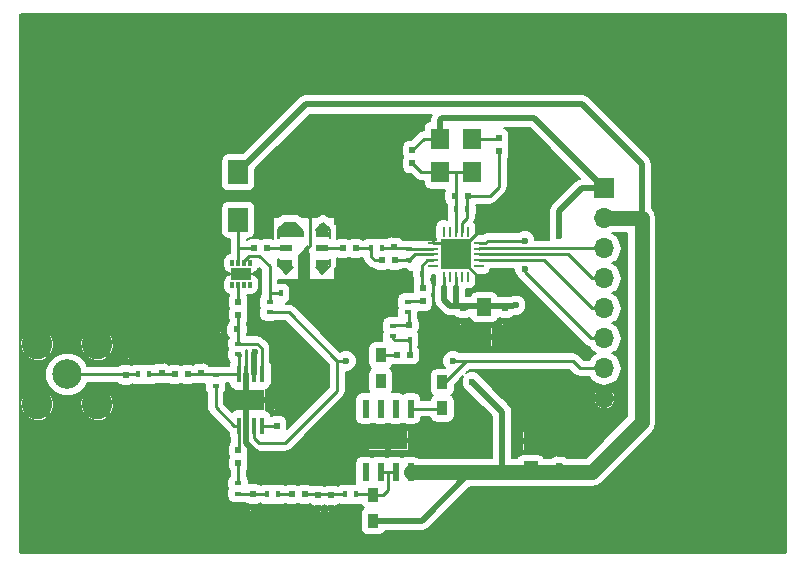
<source format=gbr>
G04 #@! TF.FileFunction,Copper,L1,Top,Signal*
%FSLAX46Y46*%
G04 Gerber Fmt 4.6, Leading zero omitted, Abs format (unit mm)*
G04 Created by KiCad (PCBNEW 4.0.7) date 05/21/18 22:53:13*
%MOMM*%
%LPD*%
G01*
G04 APERTURE LIST*
%ADD10C,0.020000*%
%ADD11R,0.500000X0.600000*%
%ADD12R,2.049780X0.599440*%
%ADD13R,1.099820X0.599440*%
%ADD14R,0.450000X1.450000*%
%ADD15R,2.410000X1.780000*%
%ADD16C,2.500000*%
%ADD17C,2.600000*%
%ADD18R,0.840000X0.260000*%
%ADD19R,0.260000X0.840000*%
%ADD20R,2.600000X2.600000*%
%ADD21R,1.700000X1.700000*%
%ADD22O,1.700000X1.700000*%
%ADD23R,0.600000X0.500000*%
%ADD24R,0.400000X0.600000*%
%ADD25R,0.600000X0.400000*%
%ADD26R,0.600000X1.550000*%
%ADD27R,3.302000X1.524000*%
%ADD28R,0.300000X0.500000*%
%ADD29R,0.880000X1.060000*%
%ADD30R,1.540000X1.800000*%
%ADD31R,1.250000X1.500000*%
%ADD32R,1.700000X2.000000*%
%ADD33R,0.900000X1.200000*%
%ADD34C,0.600000*%
%ADD35C,0.254000*%
%ADD36C,0.508000*%
%ADD37C,0.400000*%
%ADD38C,1.270000*%
%ADD39C,0.200000*%
G04 APERTURE END LIST*
D10*
D11*
X53086000Y-69808000D03*
X53086000Y-70908000D03*
D12*
X56377840Y-47823120D03*
D13*
X55902860Y-49022000D03*
X55902860Y-50220880D03*
X58905140Y-50220880D03*
X58905140Y-49022000D03*
X58905140Y-47823120D03*
D14*
X51857000Y-64049000D03*
X52507000Y-64049000D03*
X53157000Y-64049000D03*
X53807000Y-64049000D03*
X53807000Y-59649000D03*
X53157000Y-59649000D03*
X52507000Y-59649000D03*
X51857000Y-59649000D03*
D15*
X52832000Y-61849000D03*
D16*
X37338000Y-59690000D03*
D17*
X34798000Y-57150000D03*
X34798000Y-62230000D03*
X39878000Y-62230000D03*
X39878000Y-57150000D03*
D18*
X68296000Y-48530000D03*
X68296000Y-49030000D03*
X68296000Y-49530000D03*
X68296000Y-50030000D03*
X68296000Y-50530000D03*
D19*
X69231000Y-51465000D03*
X69731000Y-51465000D03*
X70231000Y-51465000D03*
X70731000Y-51465000D03*
X71231000Y-51465000D03*
D18*
X72166000Y-50530000D03*
X72166000Y-50030000D03*
X72166000Y-49530000D03*
X72166000Y-49030000D03*
X72166000Y-48530000D03*
D19*
X71231000Y-47595000D03*
X70731000Y-47595000D03*
X70231000Y-47595000D03*
X69731000Y-47595000D03*
X69231000Y-47595000D03*
D20*
X70231000Y-49530000D03*
D21*
X82804000Y-43942000D03*
D22*
X82804000Y-46482000D03*
X82804000Y-49022000D03*
X82804000Y-51562000D03*
X82804000Y-54102000D03*
X82804000Y-56642000D03*
X82804000Y-59182000D03*
X82804000Y-61722000D03*
D11*
X42291000Y-59732000D03*
X42291000Y-58632000D03*
X45339000Y-59605000D03*
X45339000Y-58505000D03*
D23*
X46440000Y-59690000D03*
X47540000Y-59690000D03*
D11*
X48641000Y-59605000D03*
X48641000Y-58505000D03*
D23*
X56346000Y-69850000D03*
X57446000Y-69850000D03*
D11*
X59690000Y-69935000D03*
X59690000Y-71035000D03*
X58547000Y-69935000D03*
X58547000Y-71035000D03*
X51816000Y-66125000D03*
X51816000Y-67225000D03*
D24*
X43365000Y-59690000D03*
X44265000Y-59690000D03*
X54287000Y-69850000D03*
X55187000Y-69850000D03*
D25*
X51816000Y-57981000D03*
X51816000Y-57081000D03*
X49911000Y-59748000D03*
X49911000Y-60648000D03*
D24*
X60891000Y-69850000D03*
X61791000Y-69850000D03*
D25*
X51816000Y-68892000D03*
X51816000Y-69792000D03*
D23*
X51731000Y-55880000D03*
X50631000Y-55880000D03*
D11*
X51816000Y-54652000D03*
X51816000Y-53552000D03*
X55118000Y-64050000D03*
X55118000Y-62950000D03*
D23*
X60664000Y-49022000D03*
X61764000Y-49022000D03*
X65236000Y-58039000D03*
X66336000Y-58039000D03*
X63966000Y-50038000D03*
X65066000Y-50038000D03*
D11*
X65024000Y-48937000D03*
X65024000Y-47837000D03*
D23*
X66252000Y-55499000D03*
X67352000Y-55499000D03*
D11*
X67437000Y-53509000D03*
X67437000Y-52409000D03*
D24*
X67252000Y-56769000D03*
X66352000Y-56769000D03*
X63050000Y-49022000D03*
X63950000Y-49022000D03*
D25*
X64897000Y-56457000D03*
X64897000Y-55557000D03*
X66294000Y-49980000D03*
X66294000Y-49080000D03*
X66167000Y-54425000D03*
X66167000Y-53525000D03*
D24*
X66479000Y-51181000D03*
X67379000Y-51181000D03*
D26*
X66421000Y-62578000D03*
X65151000Y-62578000D03*
X63881000Y-62578000D03*
X62611000Y-62578000D03*
X62611000Y-67978000D03*
X63881000Y-67978000D03*
X65151000Y-67978000D03*
X66421000Y-67978000D03*
D27*
X64516000Y-65278000D03*
D23*
X53171000Y-49022000D03*
X54271000Y-49022000D03*
D24*
X55430000Y-52832000D03*
X56330000Y-52832000D03*
D25*
X54483000Y-54425000D03*
X54483000Y-53525000D03*
D28*
X51320000Y-52081000D03*
X51820000Y-52081000D03*
X52320000Y-52081000D03*
X52820000Y-52081000D03*
X52820000Y-50281000D03*
X52320000Y-50281000D03*
X51820000Y-50281000D03*
X51320000Y-50281000D03*
D29*
X52510000Y-51181000D03*
X51630000Y-51181000D03*
D11*
X78994000Y-67479000D03*
X78994000Y-66379000D03*
X74422000Y-54060000D03*
X74422000Y-55160000D03*
X70866000Y-54060000D03*
X70866000Y-55160000D03*
X66548000Y-40725000D03*
X66548000Y-41825000D03*
X73914000Y-39709000D03*
X73914000Y-40809000D03*
D23*
X71289000Y-44577000D03*
X70189000Y-44577000D03*
D24*
X71189000Y-45720000D03*
X70289000Y-45720000D03*
D30*
X68891000Y-42548000D03*
X71571000Y-42548000D03*
X71571000Y-39748000D03*
X68891000Y-39748000D03*
D31*
X76581000Y-67798000D03*
X76581000Y-65298000D03*
X72644000Y-53995000D03*
X72644000Y-56495000D03*
D32*
X51816000Y-42577000D03*
X51816000Y-46577000D03*
D33*
X63246000Y-72093000D03*
X63246000Y-69893000D03*
X63881000Y-60282000D03*
X63881000Y-58082000D03*
X69088000Y-60368000D03*
X69088000Y-62568000D03*
D34*
X55880000Y-50800000D03*
X58928000Y-50800000D03*
X58928000Y-47244000D03*
X56388000Y-47244000D03*
X71628000Y-60325000D03*
X53213000Y-57785000D03*
X69977000Y-58547000D03*
X60960000Y-58547000D03*
X75311000Y-53848000D03*
X78994000Y-48006000D03*
X76073000Y-48387000D03*
X76073000Y-50800000D03*
D35*
X57785000Y-48895000D02*
X57912000Y-48768000D01*
X57912000Y-48768000D02*
X57912000Y-46101000D01*
X41656000Y-59690000D02*
X42249000Y-59690000D01*
X42249000Y-59690000D02*
X42291000Y-59732000D01*
X43365000Y-59690000D02*
X41656000Y-59690000D01*
X41656000Y-59690000D02*
X37338000Y-59690000D01*
X66479000Y-51181000D02*
X65786000Y-51181000D01*
X67352000Y-55499000D02*
X68072000Y-55499000D01*
X72009000Y-47752000D02*
X70231000Y-49530000D01*
X52507000Y-59649000D02*
X52507000Y-57602000D01*
X72263000Y-51435000D02*
X72136000Y-51435000D01*
X72136000Y-51435000D02*
X70231000Y-49530000D01*
X68296000Y-48530000D02*
X68296000Y-47976000D01*
X68296000Y-47976000D02*
X67945000Y-47625000D01*
X68296000Y-48530000D02*
X69231000Y-48530000D01*
X69231000Y-48530000D02*
X70231000Y-49530000D01*
D36*
X69231000Y-48530000D02*
X70231000Y-49530000D01*
X52507000Y-59649000D02*
X52507000Y-61524000D01*
X52507000Y-61524000D02*
X52832000Y-61849000D01*
X52507000Y-64049000D02*
X52507000Y-62174000D01*
X52507000Y-62174000D02*
X52832000Y-61849000D01*
X52507000Y-64049000D02*
X52507000Y-65461000D01*
X52507000Y-65461000D02*
X53467000Y-66421000D01*
D35*
X55902860Y-50777140D02*
X55880000Y-50800000D01*
X55902860Y-50220880D02*
X55902860Y-50777140D01*
X58905140Y-50220880D02*
X58905140Y-50777140D01*
X58905140Y-50777140D02*
X58928000Y-50800000D01*
X58905140Y-47823120D02*
X58905140Y-47266860D01*
X58905140Y-47266860D02*
X58928000Y-47244000D01*
X56377840Y-47823120D02*
X56377840Y-47254160D01*
X56377840Y-47254160D02*
X56388000Y-47244000D01*
X52705000Y-69792000D02*
X53070000Y-69792000D01*
X53070000Y-69792000D02*
X53086000Y-69808000D01*
X51816000Y-69792000D02*
X52705000Y-69792000D01*
X52705000Y-69792000D02*
X54229000Y-69792000D01*
X54229000Y-69792000D02*
X54287000Y-69850000D01*
X53807000Y-59649000D02*
X53807000Y-57490000D01*
X53398000Y-57081000D02*
X51816000Y-57081000D01*
X53807000Y-57490000D02*
X53398000Y-57081000D01*
X51816000Y-56261000D02*
X51816000Y-55965000D01*
X51816000Y-55965000D02*
X51731000Y-55880000D01*
X51816000Y-56261000D02*
X51816000Y-54652000D01*
X51816000Y-57081000D02*
X51816000Y-56261000D01*
X44958000Y-59690000D02*
X45254000Y-59690000D01*
X45254000Y-59690000D02*
X45339000Y-59605000D01*
X46440000Y-59690000D02*
X44958000Y-59690000D01*
X44958000Y-59690000D02*
X44265000Y-59690000D01*
X48133000Y-59690000D02*
X48556000Y-59690000D01*
X48556000Y-59690000D02*
X48641000Y-59605000D01*
X49530000Y-59690000D02*
X49853000Y-59690000D01*
X49853000Y-59690000D02*
X49911000Y-59748000D01*
X47540000Y-59690000D02*
X48133000Y-59690000D01*
X48133000Y-59690000D02*
X49530000Y-59690000D01*
X49530000Y-59690000D02*
X51816000Y-59690000D01*
X51816000Y-59690000D02*
X51857000Y-59649000D01*
X51857000Y-59649000D02*
X51857000Y-58022000D01*
D37*
X51857000Y-58022000D02*
X51816000Y-57981000D01*
D35*
X55187000Y-69850000D02*
X56346000Y-69850000D01*
X59182000Y-69850000D02*
X59605000Y-69850000D01*
X59605000Y-69850000D02*
X59690000Y-69935000D01*
X58039000Y-69850000D02*
X58462000Y-69850000D01*
X58462000Y-69850000D02*
X58547000Y-69935000D01*
X57446000Y-69850000D02*
X58039000Y-69850000D01*
X58039000Y-69850000D02*
X59182000Y-69850000D01*
X59182000Y-69850000D02*
X60891000Y-69850000D01*
X51816000Y-53552000D02*
X51816000Y-52085000D01*
X51816000Y-52085000D02*
X51820000Y-52081000D01*
X53807000Y-64049000D02*
X55117000Y-64049000D01*
D37*
X55117000Y-64049000D02*
X55118000Y-64050000D01*
D35*
X51857000Y-64049000D02*
X51857000Y-66084000D01*
X51857000Y-66084000D02*
X51816000Y-66125000D01*
X51857000Y-64049000D02*
X51476000Y-64049000D01*
X49911000Y-62484000D02*
X49911000Y-60648000D01*
X51476000Y-64049000D02*
X49911000Y-62484000D01*
X51816000Y-67225000D02*
X51816000Y-68892000D01*
X60664000Y-49022000D02*
X58905140Y-49022000D01*
X63050000Y-49022000D02*
X63050000Y-49715000D01*
X63373000Y-50038000D02*
X63966000Y-50038000D01*
X63050000Y-49715000D02*
X63373000Y-50038000D01*
X61764000Y-49022000D02*
X63050000Y-49022000D01*
X65236000Y-58039000D02*
X63924000Y-58039000D01*
X63924000Y-58039000D02*
X63881000Y-58082000D01*
X66336000Y-58039000D02*
X66336000Y-56785000D01*
X66336000Y-56785000D02*
X66352000Y-56769000D01*
X64897000Y-56457000D02*
X64897000Y-56642000D01*
X64897000Y-56642000D02*
X65024000Y-56769000D01*
X65024000Y-56769000D02*
X66352000Y-56769000D01*
X64955000Y-56515000D02*
X64897000Y-56457000D01*
X65066000Y-50038000D02*
X66236000Y-50038000D01*
D37*
X66236000Y-50038000D02*
X66294000Y-49980000D01*
D35*
X68296000Y-49530000D02*
X66744000Y-49530000D01*
X66744000Y-49530000D02*
X66294000Y-49980000D01*
X68296000Y-49030000D02*
X66344000Y-49030000D01*
X66344000Y-49030000D02*
X66294000Y-49080000D01*
X65786000Y-49022000D02*
X66236000Y-49022000D01*
X66236000Y-49022000D02*
X66294000Y-49080000D01*
X64516000Y-49022000D02*
X64939000Y-49022000D01*
X64939000Y-49022000D02*
X65024000Y-48937000D01*
X63950000Y-49022000D02*
X64516000Y-49022000D01*
X64516000Y-49022000D02*
X65786000Y-49022000D01*
X67437000Y-53509000D02*
X66183000Y-53509000D01*
X66183000Y-53509000D02*
X66167000Y-53525000D01*
X67379000Y-50477000D02*
X67379000Y-51181000D01*
X67379000Y-51181000D02*
X67379000Y-52351000D01*
X67379000Y-52351000D02*
X67437000Y-52409000D01*
X67826000Y-50030000D02*
X67379000Y-50477000D01*
X64516000Y-67978000D02*
X64516000Y-69469000D01*
X64077000Y-69908000D02*
X63246000Y-69908000D01*
X64516000Y-69469000D02*
X64077000Y-69908000D01*
X63881000Y-67978000D02*
X64516000Y-67978000D01*
X64516000Y-67978000D02*
X65151000Y-67978000D01*
X63304000Y-69850000D02*
X63246000Y-69908000D01*
X62738000Y-69850000D02*
X63188000Y-69850000D01*
X63188000Y-69850000D02*
X63246000Y-69908000D01*
X61791000Y-69850000D02*
X62738000Y-69850000D01*
D36*
X58547000Y-36830000D02*
X57563000Y-36830000D01*
X58547000Y-36830000D02*
X80899000Y-36830000D01*
X80899000Y-36830000D02*
X85979000Y-41910000D01*
X85979000Y-46482000D02*
X85979000Y-41910000D01*
X57563000Y-36830000D02*
X51816000Y-42577000D01*
X63246000Y-72093000D02*
X67353000Y-72093000D01*
X67353000Y-72093000D02*
X71468000Y-67978000D01*
D38*
X74168000Y-67978000D02*
X76995000Y-67978000D01*
X76995000Y-67978000D02*
X79535000Y-67978000D01*
D36*
X76708000Y-67479000D02*
X76708000Y-67691000D01*
X53157000Y-59649000D02*
X53157000Y-57841000D01*
X71628000Y-60325000D02*
X74168000Y-62865000D01*
X74168000Y-62865000D02*
X74168000Y-67978000D01*
X53157000Y-57841000D02*
X53213000Y-57785000D01*
X78994000Y-67479000D02*
X79036000Y-67479000D01*
X79036000Y-67479000D02*
X79535000Y-67978000D01*
D38*
X82804000Y-46482000D02*
X85979000Y-46482000D01*
X79535000Y-67978000D02*
X81755000Y-67978000D01*
X85979000Y-63754000D02*
X85979000Y-46482000D01*
X81755000Y-67978000D02*
X85979000Y-63754000D01*
X66421000Y-67978000D02*
X71468000Y-67978000D01*
X71468000Y-67978000D02*
X74168000Y-67978000D01*
D35*
X69088000Y-60368000D02*
X69299000Y-60368000D01*
X69299000Y-60368000D02*
X71120000Y-58547000D01*
X60198000Y-58547000D02*
X60960000Y-58547000D01*
X80772000Y-59182000D02*
X82804000Y-59182000D01*
X80137000Y-58547000D02*
X80772000Y-59182000D01*
X69977000Y-58547000D02*
X71120000Y-58547000D01*
X71120000Y-58547000D02*
X71628000Y-58547000D01*
X71628000Y-58547000D02*
X80137000Y-58547000D01*
X54483000Y-54425000D02*
X56076000Y-54425000D01*
X53157000Y-65095000D02*
X53157000Y-64049000D01*
X53594000Y-65532000D02*
X53157000Y-65095000D01*
X55753000Y-65532000D02*
X53594000Y-65532000D01*
X60198000Y-61087000D02*
X55753000Y-65532000D01*
X60198000Y-58547000D02*
X60198000Y-61087000D01*
X56076000Y-54425000D02*
X60198000Y-58547000D01*
X66421000Y-62578000D02*
X69078000Y-62578000D01*
X69078000Y-62578000D02*
X69088000Y-62568000D01*
D36*
X73914000Y-53911500D02*
X74273500Y-53911500D01*
X74273500Y-53911500D02*
X74422000Y-54060000D01*
X71501000Y-53911500D02*
X71014500Y-53911500D01*
X71014500Y-53911500D02*
X70866000Y-54060000D01*
X73406000Y-53911500D02*
X72727500Y-53911500D01*
X72727500Y-53911500D02*
X72644000Y-53995000D01*
X72727500Y-53911500D02*
X72644000Y-53995000D01*
X70231000Y-52324000D02*
X70231000Y-53911500D01*
X69231000Y-52324000D02*
X69231000Y-53356000D01*
D35*
X70231000Y-52324000D02*
X70231000Y-52070000D01*
X69231000Y-52197000D02*
X69231000Y-52324000D01*
X69231000Y-52197000D02*
X69231000Y-51465000D01*
D36*
X69231000Y-53356000D02*
X69786500Y-53911500D01*
X68891000Y-39748000D02*
X68891000Y-38170000D01*
X76835000Y-37973000D02*
X82804000Y-43942000D01*
X69088000Y-37973000D02*
X76835000Y-37973000D01*
X68891000Y-38170000D02*
X69088000Y-37973000D01*
D35*
X68891000Y-39748000D02*
X67525000Y-39748000D01*
X67525000Y-39748000D02*
X66548000Y-40725000D01*
X71628000Y-53911500D02*
X71501000Y-53911500D01*
X71501000Y-53911500D02*
X71268500Y-53911500D01*
X71268500Y-53911500D02*
X71120000Y-54060000D01*
X72771000Y-53911500D02*
X72538500Y-53911500D01*
X72538500Y-53911500D02*
X72390000Y-54060000D01*
X75120500Y-53911500D02*
X75247500Y-53911500D01*
X75247500Y-53911500D02*
X75311000Y-53848000D01*
X78994000Y-47752000D02*
X78994000Y-48006000D01*
D36*
X78994000Y-47752000D02*
X78994000Y-45847000D01*
X78994000Y-45847000D02*
X80899000Y-43942000D01*
X80899000Y-43942000D02*
X82804000Y-43942000D01*
X74295000Y-53911500D02*
X75120500Y-53911500D01*
X70167500Y-53911500D02*
X71628000Y-53911500D01*
X71628000Y-53911500D02*
X72771000Y-53911500D01*
X72771000Y-53911500D02*
X73406000Y-53911500D01*
X73406000Y-53911500D02*
X73914000Y-53911500D01*
X73914000Y-53911500D02*
X74295000Y-53911500D01*
X70167500Y-53911500D02*
X69786500Y-53911500D01*
X69786500Y-53911500D02*
X69231000Y-53356000D01*
X70167500Y-53911500D02*
X70231000Y-53911500D01*
D35*
X70231000Y-51465000D02*
X70231000Y-52070000D01*
X72174000Y-50038000D02*
X77724000Y-50038000D01*
X81788000Y-54102000D02*
X77724000Y-50038000D01*
X81788000Y-54102000D02*
X82804000Y-54102000D01*
X72174000Y-50038000D02*
X72166000Y-50030000D01*
X82804000Y-51562000D02*
X81788000Y-51562000D01*
X79756000Y-49530000D02*
X72166000Y-49530000D01*
X81788000Y-51562000D02*
X79756000Y-49530000D01*
X82804000Y-49022000D02*
X72174000Y-49022000D01*
X72174000Y-49022000D02*
X72166000Y-49030000D01*
X75184000Y-48387000D02*
X72898000Y-48387000D01*
X76073000Y-48387000D02*
X75184000Y-48387000D01*
X76073000Y-51054000D02*
X76073000Y-50800000D01*
X81661000Y-56642000D02*
X76073000Y-51054000D01*
X82804000Y-56642000D02*
X81661000Y-56642000D01*
X72755000Y-48530000D02*
X72166000Y-48530000D01*
X72898000Y-48387000D02*
X72755000Y-48530000D01*
X72166000Y-48530000D02*
X72166000Y-48530000D01*
X53171000Y-49022000D02*
X51820000Y-49022000D01*
X51820000Y-50281000D02*
X51820000Y-49022000D01*
X51820000Y-49022000D02*
X51820000Y-46581000D01*
X51820000Y-46581000D02*
X51816000Y-46577000D01*
X55902860Y-49022000D02*
X54271000Y-49022000D01*
X52320000Y-50281000D02*
X52320000Y-50042000D01*
X52320000Y-50042000D02*
X52705000Y-49657000D01*
X52705000Y-49657000D02*
X53594000Y-49657000D01*
X53594000Y-49657000D02*
X54483000Y-50546000D01*
X54483000Y-50546000D02*
X54483000Y-52832000D01*
X55430000Y-52832000D02*
X54483000Y-52832000D01*
X54483000Y-52832000D02*
X54483000Y-53525000D01*
X66252000Y-55499000D02*
X66252000Y-54510000D01*
X66252000Y-54510000D02*
X66167000Y-54425000D01*
X66252000Y-55499000D02*
X64955000Y-55499000D01*
X64955000Y-55499000D02*
X64897000Y-55557000D01*
X68296000Y-50030000D02*
X67826000Y-50030000D01*
X68891000Y-42548000D02*
X67271000Y-42548000D01*
X67271000Y-42548000D02*
X66548000Y-41825000D01*
X70231000Y-42548000D02*
X70231000Y-44535000D01*
X70231000Y-44535000D02*
X70189000Y-44577000D01*
X71571000Y-42548000D02*
X70231000Y-42548000D01*
X70231000Y-42548000D02*
X68891000Y-42548000D01*
X70289000Y-45720000D02*
X70289000Y-44677000D01*
X70289000Y-44677000D02*
X70189000Y-44577000D01*
X70231000Y-47595000D02*
X70231000Y-45778000D01*
X70231000Y-45778000D02*
X70289000Y-45720000D01*
X71571000Y-39748000D02*
X73875000Y-39748000D01*
X73875000Y-39748000D02*
X73914000Y-39709000D01*
X73914000Y-40809000D02*
X73914000Y-43815000D01*
X73152000Y-44577000D02*
X71289000Y-44577000D01*
X73914000Y-43815000D02*
X73152000Y-44577000D01*
X71189000Y-45720000D02*
X71189000Y-44677000D01*
X71189000Y-44677000D02*
X71289000Y-44577000D01*
X70731000Y-47595000D02*
X70731000Y-46871000D01*
X71189000Y-46413000D02*
X71189000Y-45720000D01*
X70731000Y-46871000D02*
X71189000Y-46413000D01*
D39*
G36*
X98198000Y-29251422D02*
X98198000Y-74761578D01*
X98129578Y-74830000D01*
X33442422Y-74830000D01*
X33374000Y-74761578D01*
X33374000Y-71083000D01*
X52736000Y-71083000D01*
X52736000Y-71227891D01*
X52751224Y-71264645D01*
X52779354Y-71292776D01*
X52816109Y-71308000D01*
X52936000Y-71308000D01*
X52961000Y-71283000D01*
X52961000Y-71058000D01*
X53211000Y-71058000D01*
X53211000Y-71283000D01*
X53236000Y-71308000D01*
X53355891Y-71308000D01*
X53392646Y-71292776D01*
X53420776Y-71264645D01*
X53436000Y-71227891D01*
X53436000Y-71210000D01*
X58197000Y-71210000D01*
X58197000Y-71354891D01*
X58212224Y-71391645D01*
X58240354Y-71419776D01*
X58277109Y-71435000D01*
X58397000Y-71435000D01*
X58422000Y-71410000D01*
X58422000Y-71185000D01*
X58672000Y-71185000D01*
X58672000Y-71410000D01*
X58697000Y-71435000D01*
X58816891Y-71435000D01*
X58853646Y-71419776D01*
X58881776Y-71391645D01*
X58897000Y-71354891D01*
X58897000Y-71210000D01*
X59340000Y-71210000D01*
X59340000Y-71354891D01*
X59355224Y-71391645D01*
X59383354Y-71419776D01*
X59420109Y-71435000D01*
X59540000Y-71435000D01*
X59565000Y-71410000D01*
X59565000Y-71185000D01*
X59815000Y-71185000D01*
X59815000Y-71410000D01*
X59840000Y-71435000D01*
X59959891Y-71435000D01*
X59996646Y-71419776D01*
X60024776Y-71391645D01*
X60040000Y-71354891D01*
X60040000Y-71210000D01*
X60015000Y-71185000D01*
X59815000Y-71185000D01*
X59565000Y-71185000D01*
X59365000Y-71185000D01*
X59340000Y-71210000D01*
X58897000Y-71210000D01*
X58872000Y-71185000D01*
X58672000Y-71185000D01*
X58422000Y-71185000D01*
X58222000Y-71185000D01*
X58197000Y-71210000D01*
X53436000Y-71210000D01*
X53436000Y-71083000D01*
X53411000Y-71058000D01*
X53211000Y-71058000D01*
X52961000Y-71058000D01*
X52761000Y-71058000D01*
X52736000Y-71083000D01*
X33374000Y-71083000D01*
X33374000Y-63324564D01*
X33921225Y-63324564D01*
X34088465Y-63468592D01*
X34616464Y-63645838D01*
X35172100Y-63607535D01*
X35507535Y-63468592D01*
X35674775Y-63324564D01*
X39001225Y-63324564D01*
X39168465Y-63468592D01*
X39696464Y-63645838D01*
X40252100Y-63607535D01*
X40587535Y-63468592D01*
X40754775Y-63324564D01*
X39878000Y-62447789D01*
X39001225Y-63324564D01*
X35674775Y-63324564D01*
X34798000Y-62447789D01*
X33921225Y-63324564D01*
X33374000Y-63324564D01*
X33374000Y-62048464D01*
X33382162Y-62048464D01*
X33420465Y-62604100D01*
X33559408Y-62939535D01*
X33703436Y-63106775D01*
X34580211Y-62230000D01*
X35015789Y-62230000D01*
X35892564Y-63106775D01*
X36036592Y-62939535D01*
X36213838Y-62411536D01*
X36188810Y-62048464D01*
X38462162Y-62048464D01*
X38500465Y-62604100D01*
X38639408Y-62939535D01*
X38783436Y-63106775D01*
X39660211Y-62230000D01*
X40095789Y-62230000D01*
X40972564Y-63106775D01*
X41116592Y-62939535D01*
X41293838Y-62411536D01*
X41255535Y-61855900D01*
X41116592Y-61520465D01*
X40972564Y-61353225D01*
X40095789Y-62230000D01*
X39660211Y-62230000D01*
X38783436Y-61353225D01*
X38639408Y-61520465D01*
X38462162Y-62048464D01*
X36188810Y-62048464D01*
X36175535Y-61855900D01*
X36036592Y-61520465D01*
X35892564Y-61353225D01*
X35015789Y-62230000D01*
X34580211Y-62230000D01*
X33703436Y-61353225D01*
X33559408Y-61520465D01*
X33382162Y-62048464D01*
X33374000Y-62048464D01*
X33374000Y-61135436D01*
X33921225Y-61135436D01*
X34798000Y-62012211D01*
X35674775Y-61135436D01*
X35507535Y-60991408D01*
X34979536Y-60814162D01*
X34423900Y-60852465D01*
X34088465Y-60991408D01*
X33921225Y-61135436D01*
X33374000Y-61135436D01*
X33374000Y-60056373D01*
X35487679Y-60056373D01*
X35768732Y-60736572D01*
X36288691Y-61257439D01*
X36968398Y-61539679D01*
X37704373Y-61540321D01*
X38384572Y-61259268D01*
X38508620Y-61135436D01*
X39001225Y-61135436D01*
X39878000Y-62012211D01*
X40754775Y-61135436D01*
X40587535Y-60991408D01*
X40059536Y-60814162D01*
X39503900Y-60852465D01*
X39168465Y-60991408D01*
X39001225Y-61135436D01*
X38508620Y-61135436D01*
X38905439Y-60739309D01*
X39039274Y-60417000D01*
X41575748Y-60417000D01*
X41602490Y-60458558D01*
X41802993Y-60595556D01*
X42041000Y-60643754D01*
X42541000Y-60643754D01*
X42763346Y-60601917D01*
X42884074Y-60524231D01*
X42926993Y-60553556D01*
X43165000Y-60601754D01*
X43565000Y-60601754D01*
X43787346Y-60559917D01*
X43812558Y-60543693D01*
X43826993Y-60553556D01*
X44065000Y-60601754D01*
X44465000Y-60601754D01*
X44687346Y-60559917D01*
X44840484Y-60461375D01*
X44850993Y-60468556D01*
X45089000Y-60516754D01*
X45589000Y-60516754D01*
X45811346Y-60474917D01*
X45836443Y-60458768D01*
X45901993Y-60503556D01*
X46140000Y-60551754D01*
X46740000Y-60551754D01*
X46962346Y-60509917D01*
X46987558Y-60493693D01*
X47001993Y-60503556D01*
X47240000Y-60551754D01*
X47840000Y-60551754D01*
X48062346Y-60509917D01*
X48140203Y-60459817D01*
X48152993Y-60468556D01*
X48391000Y-60516754D01*
X48891000Y-60516754D01*
X48999246Y-60496386D01*
X48999246Y-60848000D01*
X49041083Y-61070346D01*
X49172490Y-61274558D01*
X49184000Y-61282422D01*
X49184000Y-62483995D01*
X49183999Y-62484000D01*
X49211812Y-62623820D01*
X49239340Y-62762211D01*
X49396933Y-62998067D01*
X50961931Y-64563064D01*
X50961933Y-64563067D01*
X51020246Y-64602030D01*
X51020246Y-64774000D01*
X51062083Y-64996346D01*
X51130000Y-65101892D01*
X51130000Y-65400309D01*
X51002444Y-65586993D01*
X50954246Y-65825000D01*
X50954246Y-66425000D01*
X50996083Y-66647346D01*
X51012307Y-66672558D01*
X51002444Y-66686993D01*
X50954246Y-66925000D01*
X50954246Y-67525000D01*
X50996083Y-67747346D01*
X51089000Y-67891743D01*
X51089000Y-68254137D01*
X50952444Y-68453993D01*
X50904246Y-68692000D01*
X50904246Y-69092000D01*
X50946083Y-69314346D01*
X50962307Y-69339558D01*
X50952444Y-69353993D01*
X50904246Y-69592000D01*
X50904246Y-69992000D01*
X50946083Y-70214346D01*
X51077490Y-70418558D01*
X51277993Y-70555556D01*
X51516000Y-70603754D01*
X52116000Y-70603754D01*
X52338346Y-70561917D01*
X52392621Y-70526992D01*
X52397490Y-70534558D01*
X52597993Y-70671556D01*
X52736000Y-70699503D01*
X52736000Y-70733000D01*
X52761000Y-70758000D01*
X52961000Y-70758000D01*
X52961000Y-70734000D01*
X53211000Y-70734000D01*
X53211000Y-70758000D01*
X53411000Y-70758000D01*
X53436000Y-70733000D01*
X53436000Y-70700938D01*
X53558346Y-70677917D01*
X53681166Y-70598884D01*
X53848993Y-70713556D01*
X54087000Y-70761754D01*
X54487000Y-70761754D01*
X54709346Y-70719917D01*
X54734558Y-70703693D01*
X54748993Y-70713556D01*
X54987000Y-70761754D01*
X55387000Y-70761754D01*
X55609346Y-70719917D01*
X55754128Y-70626752D01*
X55807993Y-70663556D01*
X56046000Y-70711754D01*
X56646000Y-70711754D01*
X56868346Y-70669917D01*
X56893558Y-70653693D01*
X56907993Y-70663556D01*
X57146000Y-70711754D01*
X57746000Y-70711754D01*
X57891803Y-70684320D01*
X58058993Y-70798556D01*
X58197000Y-70826503D01*
X58197000Y-70860000D01*
X58222000Y-70885000D01*
X58422000Y-70885000D01*
X58422000Y-70861000D01*
X58672000Y-70861000D01*
X58672000Y-70885000D01*
X58872000Y-70885000D01*
X58897000Y-70860000D01*
X58897000Y-70827938D01*
X59019346Y-70804917D01*
X59118203Y-70741304D01*
X59201993Y-70798556D01*
X59340000Y-70826503D01*
X59340000Y-70860000D01*
X59365000Y-70885000D01*
X59565000Y-70885000D01*
X59565000Y-70861000D01*
X59815000Y-70861000D01*
X59815000Y-70885000D01*
X60015000Y-70885000D01*
X60040000Y-70860000D01*
X60040000Y-70827938D01*
X60162346Y-70804917D01*
X60366558Y-70673510D01*
X60375414Y-70660549D01*
X60452993Y-70713556D01*
X60691000Y-70761754D01*
X61091000Y-70761754D01*
X61313346Y-70719917D01*
X61338558Y-70703693D01*
X61352993Y-70713556D01*
X61591000Y-70761754D01*
X61991000Y-70761754D01*
X62213346Y-70719917D01*
X62225475Y-70712112D01*
X62226083Y-70715346D01*
X62357490Y-70919558D01*
X62464988Y-70993008D01*
X62369442Y-71054490D01*
X62232444Y-71254993D01*
X62184246Y-71493000D01*
X62184246Y-72693000D01*
X62226083Y-72915346D01*
X62357490Y-73119558D01*
X62557993Y-73256556D01*
X62796000Y-73304754D01*
X63696000Y-73304754D01*
X63918346Y-73262917D01*
X64122558Y-73131510D01*
X64248628Y-72947000D01*
X67353000Y-72947000D01*
X67679812Y-72881993D01*
X67956869Y-72696869D01*
X71440738Y-69213000D01*
X81755000Y-69213000D01*
X82227614Y-69118991D01*
X82628277Y-68851277D01*
X86852277Y-64627277D01*
X87119991Y-64226614D01*
X87214000Y-63754000D01*
X87214000Y-46482000D01*
X87119991Y-46009386D01*
X86852277Y-45608723D01*
X86833000Y-45595843D01*
X86833000Y-41910000D01*
X86767993Y-41583188D01*
X86582869Y-41306131D01*
X81502869Y-36226131D01*
X81225812Y-36041007D01*
X80899000Y-35976000D01*
X57563000Y-35976000D01*
X57236188Y-36041007D01*
X56959131Y-36226131D01*
X52220016Y-40965246D01*
X50966000Y-40965246D01*
X50743654Y-41007083D01*
X50539442Y-41138490D01*
X50402444Y-41338993D01*
X50354246Y-41577000D01*
X50354246Y-43577000D01*
X50396083Y-43799346D01*
X50527490Y-44003558D01*
X50727993Y-44140556D01*
X50966000Y-44188754D01*
X52666000Y-44188754D01*
X52888346Y-44146917D01*
X53092558Y-44015510D01*
X53229556Y-43815007D01*
X53277754Y-43577000D01*
X53277754Y-42322984D01*
X57916738Y-37684000D01*
X68208373Y-37684000D01*
X68102007Y-37843188D01*
X68037000Y-38170000D01*
X68037000Y-38252052D01*
X67898654Y-38278083D01*
X67694442Y-38409490D01*
X67557444Y-38609993D01*
X67509246Y-38848000D01*
X67509246Y-39024133D01*
X67292948Y-39067158D01*
X67246789Y-39076340D01*
X67010933Y-39233933D01*
X67010931Y-39233936D01*
X66431620Y-39813246D01*
X66298000Y-39813246D01*
X66075654Y-39855083D01*
X65871442Y-39986490D01*
X65734444Y-40186993D01*
X65686246Y-40425000D01*
X65686246Y-41025000D01*
X65728083Y-41247346D01*
X65744307Y-41272558D01*
X65734444Y-41286993D01*
X65686246Y-41525000D01*
X65686246Y-42125000D01*
X65728083Y-42347346D01*
X65859490Y-42551558D01*
X66059993Y-42688556D01*
X66298000Y-42736754D01*
X66431621Y-42736754D01*
X66756931Y-43062064D01*
X66756933Y-43062067D01*
X66934734Y-43180869D01*
X66992789Y-43219660D01*
X67271000Y-43275000D01*
X67509246Y-43275000D01*
X67509246Y-43448000D01*
X67551083Y-43670346D01*
X67682490Y-43874558D01*
X67882993Y-44011556D01*
X68121000Y-44059754D01*
X69345422Y-44059754D01*
X69325444Y-44088993D01*
X69277246Y-44327000D01*
X69277246Y-44827000D01*
X69319083Y-45049346D01*
X69450490Y-45253558D01*
X69503603Y-45289848D01*
X69477246Y-45420000D01*
X69477246Y-46020000D01*
X69504000Y-46162186D01*
X69504000Y-46581498D01*
X69476594Y-46586654D01*
X69361000Y-46563246D01*
X69101000Y-46563246D01*
X68878654Y-46605083D01*
X68674442Y-46736490D01*
X68537444Y-46936993D01*
X68489246Y-47175000D01*
X68489246Y-48015000D01*
X68531083Y-48237346D01*
X68563836Y-48288246D01*
X67876000Y-48288246D01*
X67797589Y-48303000D01*
X66765619Y-48303000D01*
X66594000Y-48268246D01*
X65994000Y-48268246D01*
X65851814Y-48295000D01*
X65766922Y-48295000D01*
X65712510Y-48210442D01*
X65512007Y-48073444D01*
X65374000Y-48045497D01*
X65374000Y-48012000D01*
X65349000Y-47987000D01*
X65149000Y-47987000D01*
X65149000Y-48011000D01*
X64899000Y-48011000D01*
X64899000Y-47987000D01*
X64699000Y-47987000D01*
X64674000Y-48012000D01*
X64674000Y-48044062D01*
X64551654Y-48067083D01*
X64398516Y-48165625D01*
X64388007Y-48158444D01*
X64150000Y-48110246D01*
X63750000Y-48110246D01*
X63527654Y-48152083D01*
X63502442Y-48168307D01*
X63488007Y-48158444D01*
X63250000Y-48110246D01*
X62850000Y-48110246D01*
X62627654Y-48152083D01*
X62423442Y-48283490D01*
X62419750Y-48288894D01*
X62302007Y-48208444D01*
X62064000Y-48160246D01*
X61464000Y-48160246D01*
X61241654Y-48202083D01*
X61216442Y-48218307D01*
X61202007Y-48208444D01*
X60964000Y-48160246D01*
X60364000Y-48160246D01*
X60171000Y-48196561D01*
X60171000Y-47517109D01*
X64674000Y-47517109D01*
X64674000Y-47662000D01*
X64699000Y-47687000D01*
X64899000Y-47687000D01*
X64899000Y-47462000D01*
X65149000Y-47462000D01*
X65149000Y-47687000D01*
X65349000Y-47687000D01*
X65374000Y-47662000D01*
X65374000Y-47517109D01*
X65358776Y-47480355D01*
X65330646Y-47452224D01*
X65293891Y-47437000D01*
X65174000Y-47437000D01*
X65149000Y-47462000D01*
X64899000Y-47462000D01*
X64874000Y-47437000D01*
X64754109Y-47437000D01*
X64717354Y-47452224D01*
X64689224Y-47480355D01*
X64674000Y-47517109D01*
X60171000Y-47517109D01*
X60171000Y-47117000D01*
X60163650Y-47079371D01*
X60141711Y-47046289D01*
X60044000Y-46948578D01*
X60044000Y-46482000D01*
X60037161Y-46445654D01*
X60015681Y-46412273D01*
X59982906Y-46389879D01*
X59944000Y-46382000D01*
X59477422Y-46382000D01*
X59252711Y-46157289D01*
X59220906Y-46135879D01*
X59182000Y-46128000D01*
X58801000Y-46128000D01*
X58763371Y-46135350D01*
X58730289Y-46157289D01*
X58505578Y-46382000D01*
X57912000Y-46382000D01*
X57875654Y-46388839D01*
X57848220Y-46406492D01*
X57823906Y-46389879D01*
X57785000Y-46382000D01*
X57191422Y-46382000D01*
X56966711Y-46157289D01*
X56934906Y-46135879D01*
X56896000Y-46128000D01*
X55499000Y-46128000D01*
X55461371Y-46135350D01*
X55428289Y-46157289D01*
X55203578Y-46382000D01*
X54864000Y-46382000D01*
X54827654Y-46388839D01*
X54794273Y-46410319D01*
X54771879Y-46443094D01*
X54764000Y-46482000D01*
X54764000Y-48199330D01*
X54571000Y-48160246D01*
X53971000Y-48160246D01*
X53748654Y-48202083D01*
X53723442Y-48218307D01*
X53709007Y-48208444D01*
X53471000Y-48160246D01*
X52871000Y-48160246D01*
X52648654Y-48202083D01*
X52547000Y-48267496D01*
X52547000Y-48188754D01*
X52666000Y-48188754D01*
X52888346Y-48146917D01*
X53092558Y-48015510D01*
X53229556Y-47815007D01*
X53277754Y-47577000D01*
X53277754Y-45577000D01*
X53235917Y-45354654D01*
X53104510Y-45150442D01*
X52904007Y-45013444D01*
X52666000Y-44965246D01*
X50966000Y-44965246D01*
X50743654Y-45007083D01*
X50539442Y-45138490D01*
X50402444Y-45338993D01*
X50354246Y-45577000D01*
X50354246Y-47577000D01*
X50396083Y-47799346D01*
X50527490Y-48003558D01*
X50727993Y-48140556D01*
X50966000Y-48188754D01*
X51093000Y-48188754D01*
X51093000Y-49433734D01*
X50947654Y-49461083D01*
X50743442Y-49592490D01*
X50606444Y-49792993D01*
X50558246Y-50031000D01*
X50558246Y-50531000D01*
X50600083Y-50753346D01*
X50731490Y-50957558D01*
X50931993Y-51094556D01*
X51170000Y-51142754D01*
X51470000Y-51142754D01*
X51573672Y-51123247D01*
X51670000Y-51142754D01*
X51970000Y-51142754D01*
X52073672Y-51123247D01*
X52170000Y-51142754D01*
X52470000Y-51142754D01*
X52573672Y-51123247D01*
X52670000Y-51142754D01*
X52970000Y-51142754D01*
X53192346Y-51100917D01*
X53396558Y-50969510D01*
X53533556Y-50769007D01*
X53557860Y-50648994D01*
X53756000Y-50847134D01*
X53756000Y-52887137D01*
X53619444Y-53086993D01*
X53571246Y-53325000D01*
X53571246Y-53725000D01*
X53613083Y-53947346D01*
X53629307Y-53972558D01*
X53619444Y-53986993D01*
X53571246Y-54225000D01*
X53571246Y-54625000D01*
X53613083Y-54847346D01*
X53744490Y-55051558D01*
X53944993Y-55188556D01*
X54183000Y-55236754D01*
X54783000Y-55236754D01*
X55005346Y-55194917D01*
X55072041Y-55152000D01*
X55774866Y-55152000D01*
X59471000Y-58848133D01*
X59471000Y-60785867D01*
X55979754Y-64277112D01*
X55979754Y-63750000D01*
X55937917Y-63527654D01*
X55806510Y-63323442D01*
X55606007Y-63186444D01*
X55468000Y-63158497D01*
X55468000Y-63125000D01*
X55443000Y-63100000D01*
X55243000Y-63100000D01*
X55243000Y-63124000D01*
X54993000Y-63124000D01*
X54993000Y-63100000D01*
X54793000Y-63100000D01*
X54768000Y-63125000D01*
X54768000Y-63157062D01*
X54645654Y-63180083D01*
X54619804Y-63196717D01*
X54601917Y-63101654D01*
X54470510Y-62897442D01*
X54270007Y-62760444D01*
X54137000Y-62733509D01*
X54137000Y-62630109D01*
X54768000Y-62630109D01*
X54768000Y-62775000D01*
X54793000Y-62800000D01*
X54993000Y-62800000D01*
X54993000Y-62575000D01*
X55243000Y-62575000D01*
X55243000Y-62800000D01*
X55443000Y-62800000D01*
X55468000Y-62775000D01*
X55468000Y-62630109D01*
X55452776Y-62593355D01*
X55424646Y-62565224D01*
X55387891Y-62550000D01*
X55268000Y-62550000D01*
X55243000Y-62575000D01*
X54993000Y-62575000D01*
X54968000Y-62550000D01*
X54848109Y-62550000D01*
X54811354Y-62565224D01*
X54783224Y-62593355D01*
X54768000Y-62630109D01*
X54137000Y-62630109D01*
X54137000Y-62028000D01*
X54112000Y-62003000D01*
X52986000Y-62003000D01*
X52986000Y-62023000D01*
X52678000Y-62023000D01*
X52678000Y-62003000D01*
X51552000Y-62003000D01*
X51527000Y-62028000D01*
X51527000Y-62732003D01*
X51409654Y-62754083D01*
X51287695Y-62832562D01*
X50638000Y-62182866D01*
X50638000Y-61285863D01*
X50774556Y-61086007D01*
X50822754Y-60848000D01*
X50822754Y-60448000D01*
X50816921Y-60417000D01*
X51028337Y-60417000D01*
X51062083Y-60596346D01*
X51193490Y-60800558D01*
X51393993Y-60937556D01*
X51527000Y-60964491D01*
X51527000Y-61670000D01*
X51552000Y-61695000D01*
X52678000Y-61695000D01*
X52678000Y-61675000D01*
X52986000Y-61675000D01*
X52986000Y-61695000D01*
X54112000Y-61695000D01*
X54137000Y-61670000D01*
X54137000Y-60965997D01*
X54254346Y-60943917D01*
X54458558Y-60812510D01*
X54595556Y-60612007D01*
X54643754Y-60374000D01*
X54643754Y-58924000D01*
X54601917Y-58701654D01*
X54534000Y-58596108D01*
X54534000Y-57490000D01*
X54478660Y-57211789D01*
X54321067Y-56975933D01*
X54321064Y-56975931D01*
X53912067Y-56566933D01*
X53822056Y-56506790D01*
X53676211Y-56409340D01*
X53630052Y-56400158D01*
X53398000Y-56353999D01*
X53397995Y-56354000D01*
X52597393Y-56354000D01*
X52642754Y-56130000D01*
X52642754Y-55630000D01*
X52600917Y-55407654D01*
X52543000Y-55317649D01*
X52543000Y-55316686D01*
X52629556Y-55190007D01*
X52677754Y-54952000D01*
X52677754Y-54352000D01*
X52635917Y-54129654D01*
X52619693Y-54104442D01*
X52629556Y-54090007D01*
X52677754Y-53852000D01*
X52677754Y-53252000D01*
X52635917Y-53029654D01*
X52568118Y-52924292D01*
X52573672Y-52923247D01*
X52670000Y-52942754D01*
X52970000Y-52942754D01*
X53192346Y-52900917D01*
X53396558Y-52769510D01*
X53533556Y-52569007D01*
X53581754Y-52331000D01*
X53581754Y-51831000D01*
X53539917Y-51608654D01*
X53408510Y-51404442D01*
X53208007Y-51267444D01*
X52970000Y-51219246D01*
X52670000Y-51219246D01*
X52566328Y-51238753D01*
X52470000Y-51219246D01*
X52170000Y-51219246D01*
X52066328Y-51238753D01*
X51970000Y-51219246D01*
X51670000Y-51219246D01*
X51566328Y-51238753D01*
X51470000Y-51219246D01*
X51170000Y-51219246D01*
X50947654Y-51261083D01*
X50743442Y-51392490D01*
X50606444Y-51592993D01*
X50558246Y-51831000D01*
X50558246Y-52331000D01*
X50600083Y-52553346D01*
X50731490Y-52757558D01*
X50931993Y-52894556D01*
X51065569Y-52921606D01*
X51002444Y-53013993D01*
X50954246Y-53252000D01*
X50954246Y-53852000D01*
X50996083Y-54074346D01*
X51012307Y-54099558D01*
X51002444Y-54113993D01*
X50954246Y-54352000D01*
X50954246Y-54952000D01*
X50996083Y-55174346D01*
X51006332Y-55190274D01*
X51004442Y-55191490D01*
X50867444Y-55391993D01*
X50839497Y-55530000D01*
X50806000Y-55530000D01*
X50781000Y-55555000D01*
X50781000Y-55755000D01*
X50805000Y-55755000D01*
X50805000Y-56005000D01*
X50781000Y-56005000D01*
X50781000Y-56205000D01*
X50806000Y-56230000D01*
X50838062Y-56230000D01*
X50861083Y-56352346D01*
X50992490Y-56556558D01*
X51005451Y-56565414D01*
X50952444Y-56642993D01*
X50904246Y-56881000D01*
X50904246Y-57281000D01*
X50946083Y-57503346D01*
X50962307Y-57528558D01*
X50952444Y-57542993D01*
X50904246Y-57781000D01*
X50904246Y-58181000D01*
X50946083Y-58403346D01*
X51077490Y-58607558D01*
X51107859Y-58628308D01*
X51068444Y-58685993D01*
X51020246Y-58924000D01*
X51020246Y-58963000D01*
X50343114Y-58963000D01*
X50211000Y-58936246D01*
X49611000Y-58936246D01*
X49468814Y-58963000D01*
X49383922Y-58963000D01*
X49329510Y-58878442D01*
X49129007Y-58741444D01*
X48991000Y-58713497D01*
X48991000Y-58680000D01*
X48966000Y-58655000D01*
X48766000Y-58655000D01*
X48766000Y-58679000D01*
X48516000Y-58679000D01*
X48516000Y-58655000D01*
X48316000Y-58655000D01*
X48291000Y-58680000D01*
X48291000Y-58712062D01*
X48168654Y-58735083D01*
X47979860Y-58856569D01*
X47840000Y-58828246D01*
X47240000Y-58828246D01*
X47017654Y-58870083D01*
X46992442Y-58886307D01*
X46978007Y-58876444D01*
X46740000Y-58828246D01*
X46140000Y-58828246D01*
X45994197Y-58855680D01*
X45827007Y-58741444D01*
X45689000Y-58713497D01*
X45689000Y-58680000D01*
X45664000Y-58655000D01*
X45464000Y-58655000D01*
X45464000Y-58679000D01*
X45214000Y-58679000D01*
X45214000Y-58655000D01*
X45014000Y-58655000D01*
X44989000Y-58680000D01*
X44989000Y-58712062D01*
X44866654Y-58735083D01*
X44713516Y-58833625D01*
X44703007Y-58826444D01*
X44465000Y-58778246D01*
X44065000Y-58778246D01*
X43842654Y-58820083D01*
X43817442Y-58836307D01*
X43803007Y-58826444D01*
X43565000Y-58778246D01*
X43165000Y-58778246D01*
X42942654Y-58820083D01*
X42821926Y-58897769D01*
X42779007Y-58868444D01*
X42641000Y-58840497D01*
X42641000Y-58807000D01*
X42616000Y-58782000D01*
X42416000Y-58782000D01*
X42416000Y-58806000D01*
X42166000Y-58806000D01*
X42166000Y-58782000D01*
X41966000Y-58782000D01*
X41941000Y-58807000D01*
X41941000Y-58839062D01*
X41818654Y-58862083D01*
X41661825Y-58963000D01*
X39039313Y-58963000D01*
X38907268Y-58643428D01*
X38509100Y-58244564D01*
X39001225Y-58244564D01*
X39168465Y-58388592D01*
X39696464Y-58565838D01*
X40252100Y-58527535D01*
X40587535Y-58388592D01*
X40676344Y-58312109D01*
X41941000Y-58312109D01*
X41941000Y-58457000D01*
X41966000Y-58482000D01*
X42166000Y-58482000D01*
X42166000Y-58257000D01*
X42416000Y-58257000D01*
X42416000Y-58482000D01*
X42616000Y-58482000D01*
X42641000Y-58457000D01*
X42641000Y-58312109D01*
X42625776Y-58275355D01*
X42597646Y-58247224D01*
X42560891Y-58232000D01*
X42441000Y-58232000D01*
X42416000Y-58257000D01*
X42166000Y-58257000D01*
X42141000Y-58232000D01*
X42021109Y-58232000D01*
X41984354Y-58247224D01*
X41956224Y-58275355D01*
X41941000Y-58312109D01*
X40676344Y-58312109D01*
X40754775Y-58244564D01*
X40695320Y-58185109D01*
X44989000Y-58185109D01*
X44989000Y-58330000D01*
X45014000Y-58355000D01*
X45214000Y-58355000D01*
X45214000Y-58130000D01*
X45464000Y-58130000D01*
X45464000Y-58355000D01*
X45664000Y-58355000D01*
X45689000Y-58330000D01*
X45689000Y-58185109D01*
X48291000Y-58185109D01*
X48291000Y-58330000D01*
X48316000Y-58355000D01*
X48516000Y-58355000D01*
X48516000Y-58130000D01*
X48766000Y-58130000D01*
X48766000Y-58355000D01*
X48966000Y-58355000D01*
X48991000Y-58330000D01*
X48991000Y-58185109D01*
X48975776Y-58148355D01*
X48947646Y-58120224D01*
X48910891Y-58105000D01*
X48791000Y-58105000D01*
X48766000Y-58130000D01*
X48516000Y-58130000D01*
X48491000Y-58105000D01*
X48371109Y-58105000D01*
X48334354Y-58120224D01*
X48306224Y-58148355D01*
X48291000Y-58185109D01*
X45689000Y-58185109D01*
X45673776Y-58148355D01*
X45645646Y-58120224D01*
X45608891Y-58105000D01*
X45489000Y-58105000D01*
X45464000Y-58130000D01*
X45214000Y-58130000D01*
X45189000Y-58105000D01*
X45069109Y-58105000D01*
X45032354Y-58120224D01*
X45004224Y-58148355D01*
X44989000Y-58185109D01*
X40695320Y-58185109D01*
X39878000Y-57367789D01*
X39001225Y-58244564D01*
X38509100Y-58244564D01*
X38387309Y-58122561D01*
X37707602Y-57840321D01*
X36971627Y-57839679D01*
X36291428Y-58120732D01*
X35770561Y-58640691D01*
X35488321Y-59320398D01*
X35487679Y-60056373D01*
X33374000Y-60056373D01*
X33374000Y-58244564D01*
X33921225Y-58244564D01*
X34088465Y-58388592D01*
X34616464Y-58565838D01*
X35172100Y-58527535D01*
X35507535Y-58388592D01*
X35674775Y-58244564D01*
X34798000Y-57367789D01*
X33921225Y-58244564D01*
X33374000Y-58244564D01*
X33374000Y-56968464D01*
X33382162Y-56968464D01*
X33420465Y-57524100D01*
X33559408Y-57859535D01*
X33703436Y-58026775D01*
X34580211Y-57150000D01*
X35015789Y-57150000D01*
X35892564Y-58026775D01*
X36036592Y-57859535D01*
X36213838Y-57331536D01*
X36188810Y-56968464D01*
X38462162Y-56968464D01*
X38500465Y-57524100D01*
X38639408Y-57859535D01*
X38783436Y-58026775D01*
X39660211Y-57150000D01*
X40095789Y-57150000D01*
X40972564Y-58026775D01*
X41116592Y-57859535D01*
X41293838Y-57331536D01*
X41255535Y-56775900D01*
X41116592Y-56440465D01*
X40972564Y-56273225D01*
X40095789Y-57150000D01*
X39660211Y-57150000D01*
X38783436Y-56273225D01*
X38639408Y-56440465D01*
X38462162Y-56968464D01*
X36188810Y-56968464D01*
X36175535Y-56775900D01*
X36036592Y-56440465D01*
X35892564Y-56273225D01*
X35015789Y-57150000D01*
X34580211Y-57150000D01*
X33703436Y-56273225D01*
X33559408Y-56440465D01*
X33382162Y-56968464D01*
X33374000Y-56968464D01*
X33374000Y-56055436D01*
X33921225Y-56055436D01*
X34798000Y-56932211D01*
X35674775Y-56055436D01*
X39001225Y-56055436D01*
X39878000Y-56932211D01*
X40754775Y-56055436D01*
X40725240Y-56030000D01*
X50231000Y-56030000D01*
X50231000Y-56149891D01*
X50246224Y-56186646D01*
X50274355Y-56214776D01*
X50311109Y-56230000D01*
X50456000Y-56230000D01*
X50481000Y-56205000D01*
X50481000Y-56005000D01*
X50256000Y-56005000D01*
X50231000Y-56030000D01*
X40725240Y-56030000D01*
X40587535Y-55911408D01*
X40059536Y-55734162D01*
X39503900Y-55772465D01*
X39168465Y-55911408D01*
X39001225Y-56055436D01*
X35674775Y-56055436D01*
X35507535Y-55911408D01*
X34979536Y-55734162D01*
X34423900Y-55772465D01*
X34088465Y-55911408D01*
X33921225Y-56055436D01*
X33374000Y-56055436D01*
X33374000Y-55610109D01*
X50231000Y-55610109D01*
X50231000Y-55730000D01*
X50256000Y-55755000D01*
X50481000Y-55755000D01*
X50481000Y-55555000D01*
X50456000Y-55530000D01*
X50311109Y-55530000D01*
X50274355Y-55545224D01*
X50246224Y-55573354D01*
X50231000Y-55610109D01*
X33374000Y-55610109D01*
X33374000Y-29251422D01*
X33442422Y-29183000D01*
X98129578Y-29183000D01*
X98198000Y-29251422D01*
X98198000Y-29251422D01*
G37*
X98198000Y-29251422D02*
X98198000Y-74761578D01*
X98129578Y-74830000D01*
X33442422Y-74830000D01*
X33374000Y-74761578D01*
X33374000Y-71083000D01*
X52736000Y-71083000D01*
X52736000Y-71227891D01*
X52751224Y-71264645D01*
X52779354Y-71292776D01*
X52816109Y-71308000D01*
X52936000Y-71308000D01*
X52961000Y-71283000D01*
X52961000Y-71058000D01*
X53211000Y-71058000D01*
X53211000Y-71283000D01*
X53236000Y-71308000D01*
X53355891Y-71308000D01*
X53392646Y-71292776D01*
X53420776Y-71264645D01*
X53436000Y-71227891D01*
X53436000Y-71210000D01*
X58197000Y-71210000D01*
X58197000Y-71354891D01*
X58212224Y-71391645D01*
X58240354Y-71419776D01*
X58277109Y-71435000D01*
X58397000Y-71435000D01*
X58422000Y-71410000D01*
X58422000Y-71185000D01*
X58672000Y-71185000D01*
X58672000Y-71410000D01*
X58697000Y-71435000D01*
X58816891Y-71435000D01*
X58853646Y-71419776D01*
X58881776Y-71391645D01*
X58897000Y-71354891D01*
X58897000Y-71210000D01*
X59340000Y-71210000D01*
X59340000Y-71354891D01*
X59355224Y-71391645D01*
X59383354Y-71419776D01*
X59420109Y-71435000D01*
X59540000Y-71435000D01*
X59565000Y-71410000D01*
X59565000Y-71185000D01*
X59815000Y-71185000D01*
X59815000Y-71410000D01*
X59840000Y-71435000D01*
X59959891Y-71435000D01*
X59996646Y-71419776D01*
X60024776Y-71391645D01*
X60040000Y-71354891D01*
X60040000Y-71210000D01*
X60015000Y-71185000D01*
X59815000Y-71185000D01*
X59565000Y-71185000D01*
X59365000Y-71185000D01*
X59340000Y-71210000D01*
X58897000Y-71210000D01*
X58872000Y-71185000D01*
X58672000Y-71185000D01*
X58422000Y-71185000D01*
X58222000Y-71185000D01*
X58197000Y-71210000D01*
X53436000Y-71210000D01*
X53436000Y-71083000D01*
X53411000Y-71058000D01*
X53211000Y-71058000D01*
X52961000Y-71058000D01*
X52761000Y-71058000D01*
X52736000Y-71083000D01*
X33374000Y-71083000D01*
X33374000Y-63324564D01*
X33921225Y-63324564D01*
X34088465Y-63468592D01*
X34616464Y-63645838D01*
X35172100Y-63607535D01*
X35507535Y-63468592D01*
X35674775Y-63324564D01*
X39001225Y-63324564D01*
X39168465Y-63468592D01*
X39696464Y-63645838D01*
X40252100Y-63607535D01*
X40587535Y-63468592D01*
X40754775Y-63324564D01*
X39878000Y-62447789D01*
X39001225Y-63324564D01*
X35674775Y-63324564D01*
X34798000Y-62447789D01*
X33921225Y-63324564D01*
X33374000Y-63324564D01*
X33374000Y-62048464D01*
X33382162Y-62048464D01*
X33420465Y-62604100D01*
X33559408Y-62939535D01*
X33703436Y-63106775D01*
X34580211Y-62230000D01*
X35015789Y-62230000D01*
X35892564Y-63106775D01*
X36036592Y-62939535D01*
X36213838Y-62411536D01*
X36188810Y-62048464D01*
X38462162Y-62048464D01*
X38500465Y-62604100D01*
X38639408Y-62939535D01*
X38783436Y-63106775D01*
X39660211Y-62230000D01*
X40095789Y-62230000D01*
X40972564Y-63106775D01*
X41116592Y-62939535D01*
X41293838Y-62411536D01*
X41255535Y-61855900D01*
X41116592Y-61520465D01*
X40972564Y-61353225D01*
X40095789Y-62230000D01*
X39660211Y-62230000D01*
X38783436Y-61353225D01*
X38639408Y-61520465D01*
X38462162Y-62048464D01*
X36188810Y-62048464D01*
X36175535Y-61855900D01*
X36036592Y-61520465D01*
X35892564Y-61353225D01*
X35015789Y-62230000D01*
X34580211Y-62230000D01*
X33703436Y-61353225D01*
X33559408Y-61520465D01*
X33382162Y-62048464D01*
X33374000Y-62048464D01*
X33374000Y-61135436D01*
X33921225Y-61135436D01*
X34798000Y-62012211D01*
X35674775Y-61135436D01*
X35507535Y-60991408D01*
X34979536Y-60814162D01*
X34423900Y-60852465D01*
X34088465Y-60991408D01*
X33921225Y-61135436D01*
X33374000Y-61135436D01*
X33374000Y-60056373D01*
X35487679Y-60056373D01*
X35768732Y-60736572D01*
X36288691Y-61257439D01*
X36968398Y-61539679D01*
X37704373Y-61540321D01*
X38384572Y-61259268D01*
X38508620Y-61135436D01*
X39001225Y-61135436D01*
X39878000Y-62012211D01*
X40754775Y-61135436D01*
X40587535Y-60991408D01*
X40059536Y-60814162D01*
X39503900Y-60852465D01*
X39168465Y-60991408D01*
X39001225Y-61135436D01*
X38508620Y-61135436D01*
X38905439Y-60739309D01*
X39039274Y-60417000D01*
X41575748Y-60417000D01*
X41602490Y-60458558D01*
X41802993Y-60595556D01*
X42041000Y-60643754D01*
X42541000Y-60643754D01*
X42763346Y-60601917D01*
X42884074Y-60524231D01*
X42926993Y-60553556D01*
X43165000Y-60601754D01*
X43565000Y-60601754D01*
X43787346Y-60559917D01*
X43812558Y-60543693D01*
X43826993Y-60553556D01*
X44065000Y-60601754D01*
X44465000Y-60601754D01*
X44687346Y-60559917D01*
X44840484Y-60461375D01*
X44850993Y-60468556D01*
X45089000Y-60516754D01*
X45589000Y-60516754D01*
X45811346Y-60474917D01*
X45836443Y-60458768D01*
X45901993Y-60503556D01*
X46140000Y-60551754D01*
X46740000Y-60551754D01*
X46962346Y-60509917D01*
X46987558Y-60493693D01*
X47001993Y-60503556D01*
X47240000Y-60551754D01*
X47840000Y-60551754D01*
X48062346Y-60509917D01*
X48140203Y-60459817D01*
X48152993Y-60468556D01*
X48391000Y-60516754D01*
X48891000Y-60516754D01*
X48999246Y-60496386D01*
X48999246Y-60848000D01*
X49041083Y-61070346D01*
X49172490Y-61274558D01*
X49184000Y-61282422D01*
X49184000Y-62483995D01*
X49183999Y-62484000D01*
X49211812Y-62623820D01*
X49239340Y-62762211D01*
X49396933Y-62998067D01*
X50961931Y-64563064D01*
X50961933Y-64563067D01*
X51020246Y-64602030D01*
X51020246Y-64774000D01*
X51062083Y-64996346D01*
X51130000Y-65101892D01*
X51130000Y-65400309D01*
X51002444Y-65586993D01*
X50954246Y-65825000D01*
X50954246Y-66425000D01*
X50996083Y-66647346D01*
X51012307Y-66672558D01*
X51002444Y-66686993D01*
X50954246Y-66925000D01*
X50954246Y-67525000D01*
X50996083Y-67747346D01*
X51089000Y-67891743D01*
X51089000Y-68254137D01*
X50952444Y-68453993D01*
X50904246Y-68692000D01*
X50904246Y-69092000D01*
X50946083Y-69314346D01*
X50962307Y-69339558D01*
X50952444Y-69353993D01*
X50904246Y-69592000D01*
X50904246Y-69992000D01*
X50946083Y-70214346D01*
X51077490Y-70418558D01*
X51277993Y-70555556D01*
X51516000Y-70603754D01*
X52116000Y-70603754D01*
X52338346Y-70561917D01*
X52392621Y-70526992D01*
X52397490Y-70534558D01*
X52597993Y-70671556D01*
X52736000Y-70699503D01*
X52736000Y-70733000D01*
X52761000Y-70758000D01*
X52961000Y-70758000D01*
X52961000Y-70734000D01*
X53211000Y-70734000D01*
X53211000Y-70758000D01*
X53411000Y-70758000D01*
X53436000Y-70733000D01*
X53436000Y-70700938D01*
X53558346Y-70677917D01*
X53681166Y-70598884D01*
X53848993Y-70713556D01*
X54087000Y-70761754D01*
X54487000Y-70761754D01*
X54709346Y-70719917D01*
X54734558Y-70703693D01*
X54748993Y-70713556D01*
X54987000Y-70761754D01*
X55387000Y-70761754D01*
X55609346Y-70719917D01*
X55754128Y-70626752D01*
X55807993Y-70663556D01*
X56046000Y-70711754D01*
X56646000Y-70711754D01*
X56868346Y-70669917D01*
X56893558Y-70653693D01*
X56907993Y-70663556D01*
X57146000Y-70711754D01*
X57746000Y-70711754D01*
X57891803Y-70684320D01*
X58058993Y-70798556D01*
X58197000Y-70826503D01*
X58197000Y-70860000D01*
X58222000Y-70885000D01*
X58422000Y-70885000D01*
X58422000Y-70861000D01*
X58672000Y-70861000D01*
X58672000Y-70885000D01*
X58872000Y-70885000D01*
X58897000Y-70860000D01*
X58897000Y-70827938D01*
X59019346Y-70804917D01*
X59118203Y-70741304D01*
X59201993Y-70798556D01*
X59340000Y-70826503D01*
X59340000Y-70860000D01*
X59365000Y-70885000D01*
X59565000Y-70885000D01*
X59565000Y-70861000D01*
X59815000Y-70861000D01*
X59815000Y-70885000D01*
X60015000Y-70885000D01*
X60040000Y-70860000D01*
X60040000Y-70827938D01*
X60162346Y-70804917D01*
X60366558Y-70673510D01*
X60375414Y-70660549D01*
X60452993Y-70713556D01*
X60691000Y-70761754D01*
X61091000Y-70761754D01*
X61313346Y-70719917D01*
X61338558Y-70703693D01*
X61352993Y-70713556D01*
X61591000Y-70761754D01*
X61991000Y-70761754D01*
X62213346Y-70719917D01*
X62225475Y-70712112D01*
X62226083Y-70715346D01*
X62357490Y-70919558D01*
X62464988Y-70993008D01*
X62369442Y-71054490D01*
X62232444Y-71254993D01*
X62184246Y-71493000D01*
X62184246Y-72693000D01*
X62226083Y-72915346D01*
X62357490Y-73119558D01*
X62557993Y-73256556D01*
X62796000Y-73304754D01*
X63696000Y-73304754D01*
X63918346Y-73262917D01*
X64122558Y-73131510D01*
X64248628Y-72947000D01*
X67353000Y-72947000D01*
X67679812Y-72881993D01*
X67956869Y-72696869D01*
X71440738Y-69213000D01*
X81755000Y-69213000D01*
X82227614Y-69118991D01*
X82628277Y-68851277D01*
X86852277Y-64627277D01*
X87119991Y-64226614D01*
X87214000Y-63754000D01*
X87214000Y-46482000D01*
X87119991Y-46009386D01*
X86852277Y-45608723D01*
X86833000Y-45595843D01*
X86833000Y-41910000D01*
X86767993Y-41583188D01*
X86582869Y-41306131D01*
X81502869Y-36226131D01*
X81225812Y-36041007D01*
X80899000Y-35976000D01*
X57563000Y-35976000D01*
X57236188Y-36041007D01*
X56959131Y-36226131D01*
X52220016Y-40965246D01*
X50966000Y-40965246D01*
X50743654Y-41007083D01*
X50539442Y-41138490D01*
X50402444Y-41338993D01*
X50354246Y-41577000D01*
X50354246Y-43577000D01*
X50396083Y-43799346D01*
X50527490Y-44003558D01*
X50727993Y-44140556D01*
X50966000Y-44188754D01*
X52666000Y-44188754D01*
X52888346Y-44146917D01*
X53092558Y-44015510D01*
X53229556Y-43815007D01*
X53277754Y-43577000D01*
X53277754Y-42322984D01*
X57916738Y-37684000D01*
X68208373Y-37684000D01*
X68102007Y-37843188D01*
X68037000Y-38170000D01*
X68037000Y-38252052D01*
X67898654Y-38278083D01*
X67694442Y-38409490D01*
X67557444Y-38609993D01*
X67509246Y-38848000D01*
X67509246Y-39024133D01*
X67292948Y-39067158D01*
X67246789Y-39076340D01*
X67010933Y-39233933D01*
X67010931Y-39233936D01*
X66431620Y-39813246D01*
X66298000Y-39813246D01*
X66075654Y-39855083D01*
X65871442Y-39986490D01*
X65734444Y-40186993D01*
X65686246Y-40425000D01*
X65686246Y-41025000D01*
X65728083Y-41247346D01*
X65744307Y-41272558D01*
X65734444Y-41286993D01*
X65686246Y-41525000D01*
X65686246Y-42125000D01*
X65728083Y-42347346D01*
X65859490Y-42551558D01*
X66059993Y-42688556D01*
X66298000Y-42736754D01*
X66431621Y-42736754D01*
X66756931Y-43062064D01*
X66756933Y-43062067D01*
X66934734Y-43180869D01*
X66992789Y-43219660D01*
X67271000Y-43275000D01*
X67509246Y-43275000D01*
X67509246Y-43448000D01*
X67551083Y-43670346D01*
X67682490Y-43874558D01*
X67882993Y-44011556D01*
X68121000Y-44059754D01*
X69345422Y-44059754D01*
X69325444Y-44088993D01*
X69277246Y-44327000D01*
X69277246Y-44827000D01*
X69319083Y-45049346D01*
X69450490Y-45253558D01*
X69503603Y-45289848D01*
X69477246Y-45420000D01*
X69477246Y-46020000D01*
X69504000Y-46162186D01*
X69504000Y-46581498D01*
X69476594Y-46586654D01*
X69361000Y-46563246D01*
X69101000Y-46563246D01*
X68878654Y-46605083D01*
X68674442Y-46736490D01*
X68537444Y-46936993D01*
X68489246Y-47175000D01*
X68489246Y-48015000D01*
X68531083Y-48237346D01*
X68563836Y-48288246D01*
X67876000Y-48288246D01*
X67797589Y-48303000D01*
X66765619Y-48303000D01*
X66594000Y-48268246D01*
X65994000Y-48268246D01*
X65851814Y-48295000D01*
X65766922Y-48295000D01*
X65712510Y-48210442D01*
X65512007Y-48073444D01*
X65374000Y-48045497D01*
X65374000Y-48012000D01*
X65349000Y-47987000D01*
X65149000Y-47987000D01*
X65149000Y-48011000D01*
X64899000Y-48011000D01*
X64899000Y-47987000D01*
X64699000Y-47987000D01*
X64674000Y-48012000D01*
X64674000Y-48044062D01*
X64551654Y-48067083D01*
X64398516Y-48165625D01*
X64388007Y-48158444D01*
X64150000Y-48110246D01*
X63750000Y-48110246D01*
X63527654Y-48152083D01*
X63502442Y-48168307D01*
X63488007Y-48158444D01*
X63250000Y-48110246D01*
X62850000Y-48110246D01*
X62627654Y-48152083D01*
X62423442Y-48283490D01*
X62419750Y-48288894D01*
X62302007Y-48208444D01*
X62064000Y-48160246D01*
X61464000Y-48160246D01*
X61241654Y-48202083D01*
X61216442Y-48218307D01*
X61202007Y-48208444D01*
X60964000Y-48160246D01*
X60364000Y-48160246D01*
X60171000Y-48196561D01*
X60171000Y-47517109D01*
X64674000Y-47517109D01*
X64674000Y-47662000D01*
X64699000Y-47687000D01*
X64899000Y-47687000D01*
X64899000Y-47462000D01*
X65149000Y-47462000D01*
X65149000Y-47687000D01*
X65349000Y-47687000D01*
X65374000Y-47662000D01*
X65374000Y-47517109D01*
X65358776Y-47480355D01*
X65330646Y-47452224D01*
X65293891Y-47437000D01*
X65174000Y-47437000D01*
X65149000Y-47462000D01*
X64899000Y-47462000D01*
X64874000Y-47437000D01*
X64754109Y-47437000D01*
X64717354Y-47452224D01*
X64689224Y-47480355D01*
X64674000Y-47517109D01*
X60171000Y-47517109D01*
X60171000Y-47117000D01*
X60163650Y-47079371D01*
X60141711Y-47046289D01*
X60044000Y-46948578D01*
X60044000Y-46482000D01*
X60037161Y-46445654D01*
X60015681Y-46412273D01*
X59982906Y-46389879D01*
X59944000Y-46382000D01*
X59477422Y-46382000D01*
X59252711Y-46157289D01*
X59220906Y-46135879D01*
X59182000Y-46128000D01*
X58801000Y-46128000D01*
X58763371Y-46135350D01*
X58730289Y-46157289D01*
X58505578Y-46382000D01*
X57912000Y-46382000D01*
X57875654Y-46388839D01*
X57848220Y-46406492D01*
X57823906Y-46389879D01*
X57785000Y-46382000D01*
X57191422Y-46382000D01*
X56966711Y-46157289D01*
X56934906Y-46135879D01*
X56896000Y-46128000D01*
X55499000Y-46128000D01*
X55461371Y-46135350D01*
X55428289Y-46157289D01*
X55203578Y-46382000D01*
X54864000Y-46382000D01*
X54827654Y-46388839D01*
X54794273Y-46410319D01*
X54771879Y-46443094D01*
X54764000Y-46482000D01*
X54764000Y-48199330D01*
X54571000Y-48160246D01*
X53971000Y-48160246D01*
X53748654Y-48202083D01*
X53723442Y-48218307D01*
X53709007Y-48208444D01*
X53471000Y-48160246D01*
X52871000Y-48160246D01*
X52648654Y-48202083D01*
X52547000Y-48267496D01*
X52547000Y-48188754D01*
X52666000Y-48188754D01*
X52888346Y-48146917D01*
X53092558Y-48015510D01*
X53229556Y-47815007D01*
X53277754Y-47577000D01*
X53277754Y-45577000D01*
X53235917Y-45354654D01*
X53104510Y-45150442D01*
X52904007Y-45013444D01*
X52666000Y-44965246D01*
X50966000Y-44965246D01*
X50743654Y-45007083D01*
X50539442Y-45138490D01*
X50402444Y-45338993D01*
X50354246Y-45577000D01*
X50354246Y-47577000D01*
X50396083Y-47799346D01*
X50527490Y-48003558D01*
X50727993Y-48140556D01*
X50966000Y-48188754D01*
X51093000Y-48188754D01*
X51093000Y-49433734D01*
X50947654Y-49461083D01*
X50743442Y-49592490D01*
X50606444Y-49792993D01*
X50558246Y-50031000D01*
X50558246Y-50531000D01*
X50600083Y-50753346D01*
X50731490Y-50957558D01*
X50931993Y-51094556D01*
X51170000Y-51142754D01*
X51470000Y-51142754D01*
X51573672Y-51123247D01*
X51670000Y-51142754D01*
X51970000Y-51142754D01*
X52073672Y-51123247D01*
X52170000Y-51142754D01*
X52470000Y-51142754D01*
X52573672Y-51123247D01*
X52670000Y-51142754D01*
X52970000Y-51142754D01*
X53192346Y-51100917D01*
X53396558Y-50969510D01*
X53533556Y-50769007D01*
X53557860Y-50648994D01*
X53756000Y-50847134D01*
X53756000Y-52887137D01*
X53619444Y-53086993D01*
X53571246Y-53325000D01*
X53571246Y-53725000D01*
X53613083Y-53947346D01*
X53629307Y-53972558D01*
X53619444Y-53986993D01*
X53571246Y-54225000D01*
X53571246Y-54625000D01*
X53613083Y-54847346D01*
X53744490Y-55051558D01*
X53944993Y-55188556D01*
X54183000Y-55236754D01*
X54783000Y-55236754D01*
X55005346Y-55194917D01*
X55072041Y-55152000D01*
X55774866Y-55152000D01*
X59471000Y-58848133D01*
X59471000Y-60785867D01*
X55979754Y-64277112D01*
X55979754Y-63750000D01*
X55937917Y-63527654D01*
X55806510Y-63323442D01*
X55606007Y-63186444D01*
X55468000Y-63158497D01*
X55468000Y-63125000D01*
X55443000Y-63100000D01*
X55243000Y-63100000D01*
X55243000Y-63124000D01*
X54993000Y-63124000D01*
X54993000Y-63100000D01*
X54793000Y-63100000D01*
X54768000Y-63125000D01*
X54768000Y-63157062D01*
X54645654Y-63180083D01*
X54619804Y-63196717D01*
X54601917Y-63101654D01*
X54470510Y-62897442D01*
X54270007Y-62760444D01*
X54137000Y-62733509D01*
X54137000Y-62630109D01*
X54768000Y-62630109D01*
X54768000Y-62775000D01*
X54793000Y-62800000D01*
X54993000Y-62800000D01*
X54993000Y-62575000D01*
X55243000Y-62575000D01*
X55243000Y-62800000D01*
X55443000Y-62800000D01*
X55468000Y-62775000D01*
X55468000Y-62630109D01*
X55452776Y-62593355D01*
X55424646Y-62565224D01*
X55387891Y-62550000D01*
X55268000Y-62550000D01*
X55243000Y-62575000D01*
X54993000Y-62575000D01*
X54968000Y-62550000D01*
X54848109Y-62550000D01*
X54811354Y-62565224D01*
X54783224Y-62593355D01*
X54768000Y-62630109D01*
X54137000Y-62630109D01*
X54137000Y-62028000D01*
X54112000Y-62003000D01*
X52986000Y-62003000D01*
X52986000Y-62023000D01*
X52678000Y-62023000D01*
X52678000Y-62003000D01*
X51552000Y-62003000D01*
X51527000Y-62028000D01*
X51527000Y-62732003D01*
X51409654Y-62754083D01*
X51287695Y-62832562D01*
X50638000Y-62182866D01*
X50638000Y-61285863D01*
X50774556Y-61086007D01*
X50822754Y-60848000D01*
X50822754Y-60448000D01*
X50816921Y-60417000D01*
X51028337Y-60417000D01*
X51062083Y-60596346D01*
X51193490Y-60800558D01*
X51393993Y-60937556D01*
X51527000Y-60964491D01*
X51527000Y-61670000D01*
X51552000Y-61695000D01*
X52678000Y-61695000D01*
X52678000Y-61675000D01*
X52986000Y-61675000D01*
X52986000Y-61695000D01*
X54112000Y-61695000D01*
X54137000Y-61670000D01*
X54137000Y-60965997D01*
X54254346Y-60943917D01*
X54458558Y-60812510D01*
X54595556Y-60612007D01*
X54643754Y-60374000D01*
X54643754Y-58924000D01*
X54601917Y-58701654D01*
X54534000Y-58596108D01*
X54534000Y-57490000D01*
X54478660Y-57211789D01*
X54321067Y-56975933D01*
X54321064Y-56975931D01*
X53912067Y-56566933D01*
X53822056Y-56506790D01*
X53676211Y-56409340D01*
X53630052Y-56400158D01*
X53398000Y-56353999D01*
X53397995Y-56354000D01*
X52597393Y-56354000D01*
X52642754Y-56130000D01*
X52642754Y-55630000D01*
X52600917Y-55407654D01*
X52543000Y-55317649D01*
X52543000Y-55316686D01*
X52629556Y-55190007D01*
X52677754Y-54952000D01*
X52677754Y-54352000D01*
X52635917Y-54129654D01*
X52619693Y-54104442D01*
X52629556Y-54090007D01*
X52677754Y-53852000D01*
X52677754Y-53252000D01*
X52635917Y-53029654D01*
X52568118Y-52924292D01*
X52573672Y-52923247D01*
X52670000Y-52942754D01*
X52970000Y-52942754D01*
X53192346Y-52900917D01*
X53396558Y-52769510D01*
X53533556Y-52569007D01*
X53581754Y-52331000D01*
X53581754Y-51831000D01*
X53539917Y-51608654D01*
X53408510Y-51404442D01*
X53208007Y-51267444D01*
X52970000Y-51219246D01*
X52670000Y-51219246D01*
X52566328Y-51238753D01*
X52470000Y-51219246D01*
X52170000Y-51219246D01*
X52066328Y-51238753D01*
X51970000Y-51219246D01*
X51670000Y-51219246D01*
X51566328Y-51238753D01*
X51470000Y-51219246D01*
X51170000Y-51219246D01*
X50947654Y-51261083D01*
X50743442Y-51392490D01*
X50606444Y-51592993D01*
X50558246Y-51831000D01*
X50558246Y-52331000D01*
X50600083Y-52553346D01*
X50731490Y-52757558D01*
X50931993Y-52894556D01*
X51065569Y-52921606D01*
X51002444Y-53013993D01*
X50954246Y-53252000D01*
X50954246Y-53852000D01*
X50996083Y-54074346D01*
X51012307Y-54099558D01*
X51002444Y-54113993D01*
X50954246Y-54352000D01*
X50954246Y-54952000D01*
X50996083Y-55174346D01*
X51006332Y-55190274D01*
X51004442Y-55191490D01*
X50867444Y-55391993D01*
X50839497Y-55530000D01*
X50806000Y-55530000D01*
X50781000Y-55555000D01*
X50781000Y-55755000D01*
X50805000Y-55755000D01*
X50805000Y-56005000D01*
X50781000Y-56005000D01*
X50781000Y-56205000D01*
X50806000Y-56230000D01*
X50838062Y-56230000D01*
X50861083Y-56352346D01*
X50992490Y-56556558D01*
X51005451Y-56565414D01*
X50952444Y-56642993D01*
X50904246Y-56881000D01*
X50904246Y-57281000D01*
X50946083Y-57503346D01*
X50962307Y-57528558D01*
X50952444Y-57542993D01*
X50904246Y-57781000D01*
X50904246Y-58181000D01*
X50946083Y-58403346D01*
X51077490Y-58607558D01*
X51107859Y-58628308D01*
X51068444Y-58685993D01*
X51020246Y-58924000D01*
X51020246Y-58963000D01*
X50343114Y-58963000D01*
X50211000Y-58936246D01*
X49611000Y-58936246D01*
X49468814Y-58963000D01*
X49383922Y-58963000D01*
X49329510Y-58878442D01*
X49129007Y-58741444D01*
X48991000Y-58713497D01*
X48991000Y-58680000D01*
X48966000Y-58655000D01*
X48766000Y-58655000D01*
X48766000Y-58679000D01*
X48516000Y-58679000D01*
X48516000Y-58655000D01*
X48316000Y-58655000D01*
X48291000Y-58680000D01*
X48291000Y-58712062D01*
X48168654Y-58735083D01*
X47979860Y-58856569D01*
X47840000Y-58828246D01*
X47240000Y-58828246D01*
X47017654Y-58870083D01*
X46992442Y-58886307D01*
X46978007Y-58876444D01*
X46740000Y-58828246D01*
X46140000Y-58828246D01*
X45994197Y-58855680D01*
X45827007Y-58741444D01*
X45689000Y-58713497D01*
X45689000Y-58680000D01*
X45664000Y-58655000D01*
X45464000Y-58655000D01*
X45464000Y-58679000D01*
X45214000Y-58679000D01*
X45214000Y-58655000D01*
X45014000Y-58655000D01*
X44989000Y-58680000D01*
X44989000Y-58712062D01*
X44866654Y-58735083D01*
X44713516Y-58833625D01*
X44703007Y-58826444D01*
X44465000Y-58778246D01*
X44065000Y-58778246D01*
X43842654Y-58820083D01*
X43817442Y-58836307D01*
X43803007Y-58826444D01*
X43565000Y-58778246D01*
X43165000Y-58778246D01*
X42942654Y-58820083D01*
X42821926Y-58897769D01*
X42779007Y-58868444D01*
X42641000Y-58840497D01*
X42641000Y-58807000D01*
X42616000Y-58782000D01*
X42416000Y-58782000D01*
X42416000Y-58806000D01*
X42166000Y-58806000D01*
X42166000Y-58782000D01*
X41966000Y-58782000D01*
X41941000Y-58807000D01*
X41941000Y-58839062D01*
X41818654Y-58862083D01*
X41661825Y-58963000D01*
X39039313Y-58963000D01*
X38907268Y-58643428D01*
X38509100Y-58244564D01*
X39001225Y-58244564D01*
X39168465Y-58388592D01*
X39696464Y-58565838D01*
X40252100Y-58527535D01*
X40587535Y-58388592D01*
X40676344Y-58312109D01*
X41941000Y-58312109D01*
X41941000Y-58457000D01*
X41966000Y-58482000D01*
X42166000Y-58482000D01*
X42166000Y-58257000D01*
X42416000Y-58257000D01*
X42416000Y-58482000D01*
X42616000Y-58482000D01*
X42641000Y-58457000D01*
X42641000Y-58312109D01*
X42625776Y-58275355D01*
X42597646Y-58247224D01*
X42560891Y-58232000D01*
X42441000Y-58232000D01*
X42416000Y-58257000D01*
X42166000Y-58257000D01*
X42141000Y-58232000D01*
X42021109Y-58232000D01*
X41984354Y-58247224D01*
X41956224Y-58275355D01*
X41941000Y-58312109D01*
X40676344Y-58312109D01*
X40754775Y-58244564D01*
X40695320Y-58185109D01*
X44989000Y-58185109D01*
X44989000Y-58330000D01*
X45014000Y-58355000D01*
X45214000Y-58355000D01*
X45214000Y-58130000D01*
X45464000Y-58130000D01*
X45464000Y-58355000D01*
X45664000Y-58355000D01*
X45689000Y-58330000D01*
X45689000Y-58185109D01*
X48291000Y-58185109D01*
X48291000Y-58330000D01*
X48316000Y-58355000D01*
X48516000Y-58355000D01*
X48516000Y-58130000D01*
X48766000Y-58130000D01*
X48766000Y-58355000D01*
X48966000Y-58355000D01*
X48991000Y-58330000D01*
X48991000Y-58185109D01*
X48975776Y-58148355D01*
X48947646Y-58120224D01*
X48910891Y-58105000D01*
X48791000Y-58105000D01*
X48766000Y-58130000D01*
X48516000Y-58130000D01*
X48491000Y-58105000D01*
X48371109Y-58105000D01*
X48334354Y-58120224D01*
X48306224Y-58148355D01*
X48291000Y-58185109D01*
X45689000Y-58185109D01*
X45673776Y-58148355D01*
X45645646Y-58120224D01*
X45608891Y-58105000D01*
X45489000Y-58105000D01*
X45464000Y-58130000D01*
X45214000Y-58130000D01*
X45189000Y-58105000D01*
X45069109Y-58105000D01*
X45032354Y-58120224D01*
X45004224Y-58148355D01*
X44989000Y-58185109D01*
X40695320Y-58185109D01*
X39878000Y-57367789D01*
X39001225Y-58244564D01*
X38509100Y-58244564D01*
X38387309Y-58122561D01*
X37707602Y-57840321D01*
X36971627Y-57839679D01*
X36291428Y-58120732D01*
X35770561Y-58640691D01*
X35488321Y-59320398D01*
X35487679Y-60056373D01*
X33374000Y-60056373D01*
X33374000Y-58244564D01*
X33921225Y-58244564D01*
X34088465Y-58388592D01*
X34616464Y-58565838D01*
X35172100Y-58527535D01*
X35507535Y-58388592D01*
X35674775Y-58244564D01*
X34798000Y-57367789D01*
X33921225Y-58244564D01*
X33374000Y-58244564D01*
X33374000Y-56968464D01*
X33382162Y-56968464D01*
X33420465Y-57524100D01*
X33559408Y-57859535D01*
X33703436Y-58026775D01*
X34580211Y-57150000D01*
X35015789Y-57150000D01*
X35892564Y-58026775D01*
X36036592Y-57859535D01*
X36213838Y-57331536D01*
X36188810Y-56968464D01*
X38462162Y-56968464D01*
X38500465Y-57524100D01*
X38639408Y-57859535D01*
X38783436Y-58026775D01*
X39660211Y-57150000D01*
X40095789Y-57150000D01*
X40972564Y-58026775D01*
X41116592Y-57859535D01*
X41293838Y-57331536D01*
X41255535Y-56775900D01*
X41116592Y-56440465D01*
X40972564Y-56273225D01*
X40095789Y-57150000D01*
X39660211Y-57150000D01*
X38783436Y-56273225D01*
X38639408Y-56440465D01*
X38462162Y-56968464D01*
X36188810Y-56968464D01*
X36175535Y-56775900D01*
X36036592Y-56440465D01*
X35892564Y-56273225D01*
X35015789Y-57150000D01*
X34580211Y-57150000D01*
X33703436Y-56273225D01*
X33559408Y-56440465D01*
X33382162Y-56968464D01*
X33374000Y-56968464D01*
X33374000Y-56055436D01*
X33921225Y-56055436D01*
X34798000Y-56932211D01*
X35674775Y-56055436D01*
X39001225Y-56055436D01*
X39878000Y-56932211D01*
X40754775Y-56055436D01*
X40725240Y-56030000D01*
X50231000Y-56030000D01*
X50231000Y-56149891D01*
X50246224Y-56186646D01*
X50274355Y-56214776D01*
X50311109Y-56230000D01*
X50456000Y-56230000D01*
X50481000Y-56205000D01*
X50481000Y-56005000D01*
X50256000Y-56005000D01*
X50231000Y-56030000D01*
X40725240Y-56030000D01*
X40587535Y-55911408D01*
X40059536Y-55734162D01*
X39503900Y-55772465D01*
X39168465Y-55911408D01*
X39001225Y-56055436D01*
X35674775Y-56055436D01*
X35507535Y-55911408D01*
X34979536Y-55734162D01*
X34423900Y-55772465D01*
X34088465Y-55911408D01*
X33921225Y-56055436D01*
X33374000Y-56055436D01*
X33374000Y-55610109D01*
X50231000Y-55610109D01*
X50231000Y-55730000D01*
X50256000Y-55755000D01*
X50481000Y-55755000D01*
X50481000Y-55555000D01*
X50456000Y-55530000D01*
X50311109Y-55530000D01*
X50274355Y-55545224D01*
X50246224Y-55573354D01*
X50231000Y-55610109D01*
X33374000Y-55610109D01*
X33374000Y-29251422D01*
X33442422Y-29183000D01*
X98129578Y-29183000D01*
X98198000Y-29251422D01*
G36*
X57743476Y-49321720D02*
X57785313Y-49544066D01*
X57812000Y-49585539D01*
X57812000Y-51562000D01*
X57818839Y-51598346D01*
X57840319Y-51631727D01*
X57873094Y-51654121D01*
X57912000Y-51662000D01*
X59944000Y-51662000D01*
X59980346Y-51655161D01*
X60013727Y-51633681D01*
X60036121Y-51600906D01*
X60044000Y-51562000D01*
X60044000Y-51356000D01*
X66179000Y-51356000D01*
X66179000Y-51500891D01*
X66194224Y-51537646D01*
X66222355Y-51565776D01*
X66259109Y-51581000D01*
X66354000Y-51581000D01*
X66379000Y-51556000D01*
X66379000Y-51331000D01*
X66204000Y-51331000D01*
X66179000Y-51356000D01*
X60044000Y-51356000D01*
X60044000Y-50714422D01*
X60141711Y-50616711D01*
X60163121Y-50584906D01*
X60171000Y-50546000D01*
X60171000Y-49844670D01*
X60364000Y-49883754D01*
X60964000Y-49883754D01*
X61186346Y-49841917D01*
X61211558Y-49825693D01*
X61225993Y-49835556D01*
X61464000Y-49883754D01*
X62064000Y-49883754D01*
X62286346Y-49841917D01*
X62341221Y-49806606D01*
X62359768Y-49899844D01*
X62378340Y-49993211D01*
X62448698Y-50098510D01*
X62535933Y-50229067D01*
X62858933Y-50552067D01*
X63094789Y-50709660D01*
X63119413Y-50714558D01*
X63271876Y-50744886D01*
X63427993Y-50851556D01*
X63666000Y-50899754D01*
X64266000Y-50899754D01*
X64488346Y-50857917D01*
X64513558Y-50841693D01*
X64527993Y-50851556D01*
X64766000Y-50899754D01*
X65366000Y-50899754D01*
X65588346Y-50857917D01*
X65732743Y-50765000D01*
X65861886Y-50765000D01*
X65994000Y-50791754D01*
X66003505Y-50791754D01*
X66192182Y-50829283D01*
X66179000Y-50861109D01*
X66179000Y-51006000D01*
X66204000Y-51031000D01*
X66379000Y-51031000D01*
X66379000Y-51007000D01*
X66567246Y-51007000D01*
X66567246Y-51481000D01*
X66579000Y-51543468D01*
X66579000Y-51556000D01*
X66581905Y-51558905D01*
X66609083Y-51703346D01*
X66652000Y-51770041D01*
X66652000Y-51829200D01*
X66623444Y-51870993D01*
X66575246Y-52109000D01*
X66575246Y-52709000D01*
X66580365Y-52736203D01*
X66467000Y-52713246D01*
X65867000Y-52713246D01*
X65644654Y-52755083D01*
X65440442Y-52886490D01*
X65303444Y-53086993D01*
X65255246Y-53325000D01*
X65255246Y-53725000D01*
X65297083Y-53947346D01*
X65313307Y-53972558D01*
X65303444Y-53986993D01*
X65255246Y-54225000D01*
X65255246Y-54625000D01*
X65281075Y-54762272D01*
X65197000Y-54745246D01*
X64597000Y-54745246D01*
X64374654Y-54787083D01*
X64170442Y-54918490D01*
X64033444Y-55118993D01*
X63985246Y-55357000D01*
X63985246Y-55757000D01*
X64027083Y-55979346D01*
X64043307Y-56004558D01*
X64033444Y-56018993D01*
X63985246Y-56257000D01*
X63985246Y-56657000D01*
X64025371Y-56870246D01*
X63431000Y-56870246D01*
X63208654Y-56912083D01*
X63004442Y-57043490D01*
X62867444Y-57243993D01*
X62819246Y-57482000D01*
X62819246Y-58682000D01*
X62861083Y-58904346D01*
X62992490Y-59108558D01*
X63099988Y-59182008D01*
X63004442Y-59243490D01*
X62867444Y-59443993D01*
X62819246Y-59682000D01*
X62819246Y-60882000D01*
X62861083Y-61104346D01*
X62917901Y-61192643D01*
X62911000Y-61191246D01*
X62311000Y-61191246D01*
X62088654Y-61233083D01*
X61884442Y-61364490D01*
X61747444Y-61564993D01*
X61699246Y-61803000D01*
X61699246Y-63353000D01*
X61741083Y-63575346D01*
X61872490Y-63779558D01*
X62072993Y-63916556D01*
X62311000Y-63964754D01*
X62911000Y-63964754D01*
X63133346Y-63922917D01*
X63246107Y-63850357D01*
X63342993Y-63916556D01*
X63581000Y-63964754D01*
X64181000Y-63964754D01*
X64403346Y-63922917D01*
X64516107Y-63850357D01*
X64612993Y-63916556D01*
X64851000Y-63964754D01*
X65451000Y-63964754D01*
X65673346Y-63922917D01*
X65786107Y-63850357D01*
X65882993Y-63916556D01*
X66121000Y-63964754D01*
X66721000Y-63964754D01*
X66943346Y-63922917D01*
X67147558Y-63791510D01*
X67284556Y-63591007D01*
X67332754Y-63353000D01*
X67332754Y-63305000D01*
X68052024Y-63305000D01*
X68068083Y-63390346D01*
X68199490Y-63594558D01*
X68399993Y-63731556D01*
X68638000Y-63779754D01*
X69538000Y-63779754D01*
X69760346Y-63737917D01*
X69964558Y-63606510D01*
X70101556Y-63406007D01*
X70149754Y-63168000D01*
X70149754Y-61968000D01*
X70107917Y-61745654D01*
X69976510Y-61541442D01*
X69869012Y-61467992D01*
X69964558Y-61406510D01*
X70101556Y-61206007D01*
X70149754Y-60968000D01*
X70149754Y-60545380D01*
X70854706Y-59840428D01*
X70728157Y-60145194D01*
X70727844Y-60503236D01*
X70864572Y-60834143D01*
X71117525Y-61087538D01*
X71229151Y-61133889D01*
X73314000Y-63218739D01*
X73314000Y-66743000D01*
X67110566Y-66743000D01*
X66959007Y-66639444D01*
X66721000Y-66591246D01*
X66121000Y-66591246D01*
X65898654Y-66633083D01*
X65785893Y-66705643D01*
X65689007Y-66639444D01*
X65451000Y-66591246D01*
X64851000Y-66591246D01*
X64628654Y-66633083D01*
X64515893Y-66705643D01*
X64419007Y-66639444D01*
X64181000Y-66591246D01*
X63581000Y-66591246D01*
X63358654Y-66633083D01*
X63245893Y-66705643D01*
X63149007Y-66639444D01*
X62911000Y-66591246D01*
X62311000Y-66591246D01*
X62088654Y-66633083D01*
X61884442Y-66764490D01*
X61747444Y-66964993D01*
X61699246Y-67203000D01*
X61699246Y-68753000D01*
X61734102Y-68938246D01*
X61591000Y-68938246D01*
X61368654Y-68980083D01*
X61343442Y-68996307D01*
X61329007Y-68986444D01*
X61091000Y-68938246D01*
X60691000Y-68938246D01*
X60468654Y-68980083D01*
X60264442Y-69111490D01*
X60256578Y-69123000D01*
X60253462Y-69123000D01*
X60178007Y-69071444D01*
X59940000Y-69023246D01*
X59440000Y-69023246D01*
X59217654Y-69065083D01*
X59127649Y-69123000D01*
X59110462Y-69123000D01*
X59035007Y-69071444D01*
X58797000Y-69023246D01*
X58297000Y-69023246D01*
X58074654Y-69065083D01*
X58049557Y-69081232D01*
X57984007Y-69036444D01*
X57746000Y-68988246D01*
X57146000Y-68988246D01*
X56923654Y-69030083D01*
X56898442Y-69046307D01*
X56884007Y-69036444D01*
X56646000Y-68988246D01*
X56046000Y-68988246D01*
X55823654Y-69030083D01*
X55754243Y-69074748D01*
X55625007Y-68986444D01*
X55387000Y-68938246D01*
X54987000Y-68938246D01*
X54764654Y-68980083D01*
X54739442Y-68996307D01*
X54725007Y-68986444D01*
X54487000Y-68938246D01*
X54087000Y-68938246D01*
X53864654Y-68980083D01*
X53741834Y-69059116D01*
X53574007Y-68944444D01*
X53336000Y-68896246D01*
X52836000Y-68896246D01*
X52727754Y-68916614D01*
X52727754Y-68692000D01*
X52685917Y-68469654D01*
X52554510Y-68265442D01*
X52543000Y-68257578D01*
X52543000Y-67889686D01*
X52629556Y-67763007D01*
X52677754Y-67525000D01*
X52677754Y-66925000D01*
X52635917Y-66702654D01*
X52619693Y-66677442D01*
X52629556Y-66663007D01*
X52677754Y-66425000D01*
X52677754Y-65825000D01*
X52635917Y-65602654D01*
X52584000Y-65521973D01*
X52584000Y-65520867D01*
X52591439Y-65532000D01*
X52642933Y-65609067D01*
X53079931Y-66046064D01*
X53079933Y-66046067D01*
X53315789Y-66203660D01*
X53594000Y-66259000D01*
X55752995Y-66259000D01*
X55753000Y-66259001D01*
X55985052Y-66212842D01*
X56031211Y-66203660D01*
X56267067Y-66046067D01*
X56267068Y-66046066D01*
X56856133Y-65457000D01*
X62765000Y-65457000D01*
X62765000Y-66059891D01*
X62780224Y-66096645D01*
X62808354Y-66124776D01*
X62845109Y-66140000D01*
X64337000Y-66140000D01*
X64362000Y-66115000D01*
X64362000Y-65432000D01*
X64670000Y-65432000D01*
X64670000Y-66115000D01*
X64695000Y-66140000D01*
X66186891Y-66140000D01*
X66223646Y-66124776D01*
X66251776Y-66096645D01*
X66267000Y-66059891D01*
X66267000Y-65457000D01*
X66242000Y-65432000D01*
X64670000Y-65432000D01*
X64362000Y-65432000D01*
X62790000Y-65432000D01*
X62765000Y-65457000D01*
X56856133Y-65457000D01*
X57817024Y-64496109D01*
X62765000Y-64496109D01*
X62765000Y-65099000D01*
X62790000Y-65124000D01*
X64362000Y-65124000D01*
X64362000Y-64441000D01*
X64670000Y-64441000D01*
X64670000Y-65124000D01*
X66242000Y-65124000D01*
X66267000Y-65099000D01*
X66267000Y-64496109D01*
X66251776Y-64459355D01*
X66223646Y-64431224D01*
X66186891Y-64416000D01*
X64695000Y-64416000D01*
X64670000Y-64441000D01*
X64362000Y-64441000D01*
X64337000Y-64416000D01*
X62845109Y-64416000D01*
X62808354Y-64431224D01*
X62780224Y-64459355D01*
X62765000Y-64496109D01*
X57817024Y-64496109D01*
X60712064Y-61601069D01*
X60712067Y-61601067D01*
X60869660Y-61365211D01*
X60925000Y-61087000D01*
X60925000Y-59446970D01*
X61138236Y-59447156D01*
X61469143Y-59310428D01*
X61722538Y-59057475D01*
X61859843Y-58726806D01*
X61860156Y-58368764D01*
X61723428Y-58037857D01*
X61470475Y-57784462D01*
X61139806Y-57647157D01*
X60781764Y-57646844D01*
X60459241Y-57780108D01*
X56590067Y-53910933D01*
X56501867Y-53852000D01*
X56354211Y-53753340D01*
X56306019Y-53743754D01*
X56076000Y-53697999D01*
X56075995Y-53698000D01*
X55858433Y-53698000D01*
X56056558Y-53570510D01*
X56193556Y-53370007D01*
X56225694Y-53211306D01*
X56230000Y-53207000D01*
X56230000Y-53190043D01*
X56241754Y-53132000D01*
X56241754Y-52982000D01*
X56430000Y-52982000D01*
X56430000Y-53207000D01*
X56455000Y-53232000D01*
X56549891Y-53232000D01*
X56586645Y-53216776D01*
X56614776Y-53188646D01*
X56630000Y-53151891D01*
X56630000Y-53007000D01*
X56605000Y-52982000D01*
X56430000Y-52982000D01*
X56241754Y-52982000D01*
X56241754Y-52532000D01*
X56230000Y-52469532D01*
X56230000Y-52457000D01*
X56430000Y-52457000D01*
X56430000Y-52682000D01*
X56605000Y-52682000D01*
X56630000Y-52657000D01*
X56630000Y-52512109D01*
X56614776Y-52475354D01*
X56586645Y-52447224D01*
X56549891Y-52432000D01*
X56455000Y-52432000D01*
X56430000Y-52457000D01*
X56230000Y-52457000D01*
X56227095Y-52454095D01*
X56199917Y-52309654D01*
X56068510Y-52105442D01*
X55868007Y-51968444D01*
X55630000Y-51920246D01*
X55230000Y-51920246D01*
X55210000Y-51924009D01*
X55210000Y-51662000D01*
X56896000Y-51662000D01*
X56932346Y-51655161D01*
X56965727Y-51633681D01*
X56988121Y-51600906D01*
X56996000Y-51562000D01*
X56996000Y-49589475D01*
X57016326Y-49559727D01*
X57018518Y-49548904D01*
X57743476Y-48823946D01*
X57743476Y-49321720D01*
X57743476Y-49321720D01*
G37*
X57743476Y-49321720D02*
X57785313Y-49544066D01*
X57812000Y-49585539D01*
X57812000Y-51562000D01*
X57818839Y-51598346D01*
X57840319Y-51631727D01*
X57873094Y-51654121D01*
X57912000Y-51662000D01*
X59944000Y-51662000D01*
X59980346Y-51655161D01*
X60013727Y-51633681D01*
X60036121Y-51600906D01*
X60044000Y-51562000D01*
X60044000Y-51356000D01*
X66179000Y-51356000D01*
X66179000Y-51500891D01*
X66194224Y-51537646D01*
X66222355Y-51565776D01*
X66259109Y-51581000D01*
X66354000Y-51581000D01*
X66379000Y-51556000D01*
X66379000Y-51331000D01*
X66204000Y-51331000D01*
X66179000Y-51356000D01*
X60044000Y-51356000D01*
X60044000Y-50714422D01*
X60141711Y-50616711D01*
X60163121Y-50584906D01*
X60171000Y-50546000D01*
X60171000Y-49844670D01*
X60364000Y-49883754D01*
X60964000Y-49883754D01*
X61186346Y-49841917D01*
X61211558Y-49825693D01*
X61225993Y-49835556D01*
X61464000Y-49883754D01*
X62064000Y-49883754D01*
X62286346Y-49841917D01*
X62341221Y-49806606D01*
X62359768Y-49899844D01*
X62378340Y-49993211D01*
X62448698Y-50098510D01*
X62535933Y-50229067D01*
X62858933Y-50552067D01*
X63094789Y-50709660D01*
X63119413Y-50714558D01*
X63271876Y-50744886D01*
X63427993Y-50851556D01*
X63666000Y-50899754D01*
X64266000Y-50899754D01*
X64488346Y-50857917D01*
X64513558Y-50841693D01*
X64527993Y-50851556D01*
X64766000Y-50899754D01*
X65366000Y-50899754D01*
X65588346Y-50857917D01*
X65732743Y-50765000D01*
X65861886Y-50765000D01*
X65994000Y-50791754D01*
X66003505Y-50791754D01*
X66192182Y-50829283D01*
X66179000Y-50861109D01*
X66179000Y-51006000D01*
X66204000Y-51031000D01*
X66379000Y-51031000D01*
X66379000Y-51007000D01*
X66567246Y-51007000D01*
X66567246Y-51481000D01*
X66579000Y-51543468D01*
X66579000Y-51556000D01*
X66581905Y-51558905D01*
X66609083Y-51703346D01*
X66652000Y-51770041D01*
X66652000Y-51829200D01*
X66623444Y-51870993D01*
X66575246Y-52109000D01*
X66575246Y-52709000D01*
X66580365Y-52736203D01*
X66467000Y-52713246D01*
X65867000Y-52713246D01*
X65644654Y-52755083D01*
X65440442Y-52886490D01*
X65303444Y-53086993D01*
X65255246Y-53325000D01*
X65255246Y-53725000D01*
X65297083Y-53947346D01*
X65313307Y-53972558D01*
X65303444Y-53986993D01*
X65255246Y-54225000D01*
X65255246Y-54625000D01*
X65281075Y-54762272D01*
X65197000Y-54745246D01*
X64597000Y-54745246D01*
X64374654Y-54787083D01*
X64170442Y-54918490D01*
X64033444Y-55118993D01*
X63985246Y-55357000D01*
X63985246Y-55757000D01*
X64027083Y-55979346D01*
X64043307Y-56004558D01*
X64033444Y-56018993D01*
X63985246Y-56257000D01*
X63985246Y-56657000D01*
X64025371Y-56870246D01*
X63431000Y-56870246D01*
X63208654Y-56912083D01*
X63004442Y-57043490D01*
X62867444Y-57243993D01*
X62819246Y-57482000D01*
X62819246Y-58682000D01*
X62861083Y-58904346D01*
X62992490Y-59108558D01*
X63099988Y-59182008D01*
X63004442Y-59243490D01*
X62867444Y-59443993D01*
X62819246Y-59682000D01*
X62819246Y-60882000D01*
X62861083Y-61104346D01*
X62917901Y-61192643D01*
X62911000Y-61191246D01*
X62311000Y-61191246D01*
X62088654Y-61233083D01*
X61884442Y-61364490D01*
X61747444Y-61564993D01*
X61699246Y-61803000D01*
X61699246Y-63353000D01*
X61741083Y-63575346D01*
X61872490Y-63779558D01*
X62072993Y-63916556D01*
X62311000Y-63964754D01*
X62911000Y-63964754D01*
X63133346Y-63922917D01*
X63246107Y-63850357D01*
X63342993Y-63916556D01*
X63581000Y-63964754D01*
X64181000Y-63964754D01*
X64403346Y-63922917D01*
X64516107Y-63850357D01*
X64612993Y-63916556D01*
X64851000Y-63964754D01*
X65451000Y-63964754D01*
X65673346Y-63922917D01*
X65786107Y-63850357D01*
X65882993Y-63916556D01*
X66121000Y-63964754D01*
X66721000Y-63964754D01*
X66943346Y-63922917D01*
X67147558Y-63791510D01*
X67284556Y-63591007D01*
X67332754Y-63353000D01*
X67332754Y-63305000D01*
X68052024Y-63305000D01*
X68068083Y-63390346D01*
X68199490Y-63594558D01*
X68399993Y-63731556D01*
X68638000Y-63779754D01*
X69538000Y-63779754D01*
X69760346Y-63737917D01*
X69964558Y-63606510D01*
X70101556Y-63406007D01*
X70149754Y-63168000D01*
X70149754Y-61968000D01*
X70107917Y-61745654D01*
X69976510Y-61541442D01*
X69869012Y-61467992D01*
X69964558Y-61406510D01*
X70101556Y-61206007D01*
X70149754Y-60968000D01*
X70149754Y-60545380D01*
X70854706Y-59840428D01*
X70728157Y-60145194D01*
X70727844Y-60503236D01*
X70864572Y-60834143D01*
X71117525Y-61087538D01*
X71229151Y-61133889D01*
X73314000Y-63218739D01*
X73314000Y-66743000D01*
X67110566Y-66743000D01*
X66959007Y-66639444D01*
X66721000Y-66591246D01*
X66121000Y-66591246D01*
X65898654Y-66633083D01*
X65785893Y-66705643D01*
X65689007Y-66639444D01*
X65451000Y-66591246D01*
X64851000Y-66591246D01*
X64628654Y-66633083D01*
X64515893Y-66705643D01*
X64419007Y-66639444D01*
X64181000Y-66591246D01*
X63581000Y-66591246D01*
X63358654Y-66633083D01*
X63245893Y-66705643D01*
X63149007Y-66639444D01*
X62911000Y-66591246D01*
X62311000Y-66591246D01*
X62088654Y-66633083D01*
X61884442Y-66764490D01*
X61747444Y-66964993D01*
X61699246Y-67203000D01*
X61699246Y-68753000D01*
X61734102Y-68938246D01*
X61591000Y-68938246D01*
X61368654Y-68980083D01*
X61343442Y-68996307D01*
X61329007Y-68986444D01*
X61091000Y-68938246D01*
X60691000Y-68938246D01*
X60468654Y-68980083D01*
X60264442Y-69111490D01*
X60256578Y-69123000D01*
X60253462Y-69123000D01*
X60178007Y-69071444D01*
X59940000Y-69023246D01*
X59440000Y-69023246D01*
X59217654Y-69065083D01*
X59127649Y-69123000D01*
X59110462Y-69123000D01*
X59035007Y-69071444D01*
X58797000Y-69023246D01*
X58297000Y-69023246D01*
X58074654Y-69065083D01*
X58049557Y-69081232D01*
X57984007Y-69036444D01*
X57746000Y-68988246D01*
X57146000Y-68988246D01*
X56923654Y-69030083D01*
X56898442Y-69046307D01*
X56884007Y-69036444D01*
X56646000Y-68988246D01*
X56046000Y-68988246D01*
X55823654Y-69030083D01*
X55754243Y-69074748D01*
X55625007Y-68986444D01*
X55387000Y-68938246D01*
X54987000Y-68938246D01*
X54764654Y-68980083D01*
X54739442Y-68996307D01*
X54725007Y-68986444D01*
X54487000Y-68938246D01*
X54087000Y-68938246D01*
X53864654Y-68980083D01*
X53741834Y-69059116D01*
X53574007Y-68944444D01*
X53336000Y-68896246D01*
X52836000Y-68896246D01*
X52727754Y-68916614D01*
X52727754Y-68692000D01*
X52685917Y-68469654D01*
X52554510Y-68265442D01*
X52543000Y-68257578D01*
X52543000Y-67889686D01*
X52629556Y-67763007D01*
X52677754Y-67525000D01*
X52677754Y-66925000D01*
X52635917Y-66702654D01*
X52619693Y-66677442D01*
X52629556Y-66663007D01*
X52677754Y-66425000D01*
X52677754Y-65825000D01*
X52635917Y-65602654D01*
X52584000Y-65521973D01*
X52584000Y-65520867D01*
X52591439Y-65532000D01*
X52642933Y-65609067D01*
X53079931Y-66046064D01*
X53079933Y-66046067D01*
X53315789Y-66203660D01*
X53594000Y-66259000D01*
X55752995Y-66259000D01*
X55753000Y-66259001D01*
X55985052Y-66212842D01*
X56031211Y-66203660D01*
X56267067Y-66046067D01*
X56267068Y-66046066D01*
X56856133Y-65457000D01*
X62765000Y-65457000D01*
X62765000Y-66059891D01*
X62780224Y-66096645D01*
X62808354Y-66124776D01*
X62845109Y-66140000D01*
X64337000Y-66140000D01*
X64362000Y-66115000D01*
X64362000Y-65432000D01*
X64670000Y-65432000D01*
X64670000Y-66115000D01*
X64695000Y-66140000D01*
X66186891Y-66140000D01*
X66223646Y-66124776D01*
X66251776Y-66096645D01*
X66267000Y-66059891D01*
X66267000Y-65457000D01*
X66242000Y-65432000D01*
X64670000Y-65432000D01*
X64362000Y-65432000D01*
X62790000Y-65432000D01*
X62765000Y-65457000D01*
X56856133Y-65457000D01*
X57817024Y-64496109D01*
X62765000Y-64496109D01*
X62765000Y-65099000D01*
X62790000Y-65124000D01*
X64362000Y-65124000D01*
X64362000Y-64441000D01*
X64670000Y-64441000D01*
X64670000Y-65124000D01*
X66242000Y-65124000D01*
X66267000Y-65099000D01*
X66267000Y-64496109D01*
X66251776Y-64459355D01*
X66223646Y-64431224D01*
X66186891Y-64416000D01*
X64695000Y-64416000D01*
X64670000Y-64441000D01*
X64362000Y-64441000D01*
X64337000Y-64416000D01*
X62845109Y-64416000D01*
X62808354Y-64431224D01*
X62780224Y-64459355D01*
X62765000Y-64496109D01*
X57817024Y-64496109D01*
X60712064Y-61601069D01*
X60712067Y-61601067D01*
X60869660Y-61365211D01*
X60925000Y-61087000D01*
X60925000Y-59446970D01*
X61138236Y-59447156D01*
X61469143Y-59310428D01*
X61722538Y-59057475D01*
X61859843Y-58726806D01*
X61860156Y-58368764D01*
X61723428Y-58037857D01*
X61470475Y-57784462D01*
X61139806Y-57647157D01*
X60781764Y-57646844D01*
X60459241Y-57780108D01*
X56590067Y-53910933D01*
X56501867Y-53852000D01*
X56354211Y-53753340D01*
X56306019Y-53743754D01*
X56076000Y-53697999D01*
X56075995Y-53698000D01*
X55858433Y-53698000D01*
X56056558Y-53570510D01*
X56193556Y-53370007D01*
X56225694Y-53211306D01*
X56230000Y-53207000D01*
X56230000Y-53190043D01*
X56241754Y-53132000D01*
X56241754Y-52982000D01*
X56430000Y-52982000D01*
X56430000Y-53207000D01*
X56455000Y-53232000D01*
X56549891Y-53232000D01*
X56586645Y-53216776D01*
X56614776Y-53188646D01*
X56630000Y-53151891D01*
X56630000Y-53007000D01*
X56605000Y-52982000D01*
X56430000Y-52982000D01*
X56241754Y-52982000D01*
X56241754Y-52532000D01*
X56230000Y-52469532D01*
X56230000Y-52457000D01*
X56430000Y-52457000D01*
X56430000Y-52682000D01*
X56605000Y-52682000D01*
X56630000Y-52657000D01*
X56630000Y-52512109D01*
X56614776Y-52475354D01*
X56586645Y-52447224D01*
X56549891Y-52432000D01*
X56455000Y-52432000D01*
X56430000Y-52457000D01*
X56230000Y-52457000D01*
X56227095Y-52454095D01*
X56199917Y-52309654D01*
X56068510Y-52105442D01*
X55868007Y-51968444D01*
X55630000Y-51920246D01*
X55230000Y-51920246D01*
X55210000Y-51924009D01*
X55210000Y-51662000D01*
X56896000Y-51662000D01*
X56932346Y-51655161D01*
X56965727Y-51633681D01*
X56988121Y-51600906D01*
X56996000Y-51562000D01*
X56996000Y-49589475D01*
X57016326Y-49559727D01*
X57018518Y-49548904D01*
X57743476Y-48823946D01*
X57743476Y-49321720D01*
G36*
X84744000Y-63242446D02*
X81243446Y-66743000D01*
X79668691Y-66743000D01*
X79482007Y-66615444D01*
X79344000Y-66587497D01*
X79344000Y-66554000D01*
X79319000Y-66529000D01*
X79119000Y-66529000D01*
X79119000Y-66553000D01*
X78869000Y-66553000D01*
X78869000Y-66529000D01*
X78669000Y-66529000D01*
X78644000Y-66554000D01*
X78644000Y-66586062D01*
X78521654Y-66609083D01*
X78317442Y-66740490D01*
X78315727Y-66743000D01*
X77722731Y-66743000D01*
X77644510Y-66621442D01*
X77444007Y-66484444D01*
X77206000Y-66436246D01*
X75956000Y-66436246D01*
X75733654Y-66478083D01*
X75529442Y-66609490D01*
X75438218Y-66743000D01*
X75022000Y-66743000D01*
X75022000Y-65477000D01*
X75856000Y-65477000D01*
X75856000Y-66067891D01*
X75871224Y-66104645D01*
X75899354Y-66132776D01*
X75936109Y-66148000D01*
X76402000Y-66148000D01*
X76427000Y-66123000D01*
X76427000Y-65452000D01*
X76735000Y-65452000D01*
X76735000Y-66123000D01*
X76760000Y-66148000D01*
X77225891Y-66148000D01*
X77262646Y-66132776D01*
X77290776Y-66104645D01*
X77306000Y-66067891D01*
X77306000Y-66059109D01*
X78644000Y-66059109D01*
X78644000Y-66204000D01*
X78669000Y-66229000D01*
X78869000Y-66229000D01*
X78869000Y-66004000D01*
X79119000Y-66004000D01*
X79119000Y-66229000D01*
X79319000Y-66229000D01*
X79344000Y-66204000D01*
X79344000Y-66059109D01*
X79328776Y-66022355D01*
X79300646Y-65994224D01*
X79263891Y-65979000D01*
X79144000Y-65979000D01*
X79119000Y-66004000D01*
X78869000Y-66004000D01*
X78844000Y-65979000D01*
X78724109Y-65979000D01*
X78687354Y-65994224D01*
X78659224Y-66022355D01*
X78644000Y-66059109D01*
X77306000Y-66059109D01*
X77306000Y-65477000D01*
X77281000Y-65452000D01*
X76735000Y-65452000D01*
X76427000Y-65452000D01*
X75881000Y-65452000D01*
X75856000Y-65477000D01*
X75022000Y-65477000D01*
X75022000Y-64528109D01*
X75856000Y-64528109D01*
X75856000Y-65119000D01*
X75881000Y-65144000D01*
X76427000Y-65144000D01*
X76427000Y-64473000D01*
X76735000Y-64473000D01*
X76735000Y-65144000D01*
X77281000Y-65144000D01*
X77306000Y-65119000D01*
X77306000Y-64528109D01*
X77290776Y-64491355D01*
X77262646Y-64463224D01*
X77225891Y-64448000D01*
X76760000Y-64448000D01*
X76735000Y-64473000D01*
X76427000Y-64473000D01*
X76402000Y-64448000D01*
X75936109Y-64448000D01*
X75899354Y-64463224D01*
X75871224Y-64491355D01*
X75856000Y-64528109D01*
X75022000Y-64528109D01*
X75022000Y-62865000D01*
X74956993Y-62538188D01*
X74896590Y-62447789D01*
X74771869Y-62261130D01*
X74386739Y-61876000D01*
X81891910Y-61876000D01*
X81902197Y-62020751D01*
X81955066Y-62148432D01*
X82182876Y-62440845D01*
X82505246Y-62623820D01*
X82650000Y-62634453D01*
X82650000Y-61876000D01*
X82958000Y-61876000D01*
X82958000Y-62634453D01*
X83102754Y-62623820D01*
X83425124Y-62440845D01*
X83652934Y-62148432D01*
X83705803Y-62020751D01*
X83716090Y-61876000D01*
X82958000Y-61876000D01*
X82650000Y-61876000D01*
X81891910Y-61876000D01*
X74386739Y-61876000D01*
X74078739Y-61568000D01*
X81891910Y-61568000D01*
X82650000Y-61568000D01*
X82958000Y-61568000D01*
X83716090Y-61568000D01*
X83705803Y-61423249D01*
X83652934Y-61295568D01*
X83425124Y-61003155D01*
X83102754Y-60820180D01*
X82958000Y-60809547D01*
X82958000Y-61568000D01*
X82650000Y-61568000D01*
X82650000Y-60809547D01*
X82505246Y-60820180D01*
X82182876Y-61003155D01*
X81955066Y-61295568D01*
X81902197Y-61423249D01*
X81891910Y-61568000D01*
X74078739Y-61568000D01*
X72437079Y-59926341D01*
X72391428Y-59815857D01*
X72138475Y-59562462D01*
X71807806Y-59425157D01*
X71449764Y-59424844D01*
X71143916Y-59551218D01*
X71421134Y-59274000D01*
X79835866Y-59274000D01*
X80257931Y-59696064D01*
X80257933Y-59696067D01*
X80493789Y-59853660D01*
X80539948Y-59862842D01*
X80772000Y-59909001D01*
X80772005Y-59909000D01*
X81550967Y-59909000D01*
X81750288Y-60207305D01*
X82220702Y-60521625D01*
X82775593Y-60632000D01*
X82832407Y-60632000D01*
X83387298Y-60521625D01*
X83857712Y-60207305D01*
X84172032Y-59736891D01*
X84282407Y-59182000D01*
X84172032Y-58627109D01*
X83857712Y-58156695D01*
X83491499Y-57912000D01*
X83857712Y-57667305D01*
X84172032Y-57196891D01*
X84282407Y-56642000D01*
X84172032Y-56087109D01*
X83857712Y-55616695D01*
X83491499Y-55372000D01*
X83857712Y-55127305D01*
X84172032Y-54656891D01*
X84282407Y-54102000D01*
X84172032Y-53547109D01*
X83857712Y-53076695D01*
X83491499Y-52832000D01*
X83857712Y-52587305D01*
X84172032Y-52116891D01*
X84282407Y-51562000D01*
X84172032Y-51007109D01*
X83857712Y-50536695D01*
X83491499Y-50292000D01*
X83857712Y-50047305D01*
X84172032Y-49576891D01*
X84282407Y-49022000D01*
X84172032Y-48467109D01*
X83857712Y-47996695D01*
X83491499Y-47752000D01*
X83543881Y-47717000D01*
X84744000Y-47717000D01*
X84744000Y-63242446D01*
X84744000Y-63242446D01*
G37*
X84744000Y-63242446D02*
X81243446Y-66743000D01*
X79668691Y-66743000D01*
X79482007Y-66615444D01*
X79344000Y-66587497D01*
X79344000Y-66554000D01*
X79319000Y-66529000D01*
X79119000Y-66529000D01*
X79119000Y-66553000D01*
X78869000Y-66553000D01*
X78869000Y-66529000D01*
X78669000Y-66529000D01*
X78644000Y-66554000D01*
X78644000Y-66586062D01*
X78521654Y-66609083D01*
X78317442Y-66740490D01*
X78315727Y-66743000D01*
X77722731Y-66743000D01*
X77644510Y-66621442D01*
X77444007Y-66484444D01*
X77206000Y-66436246D01*
X75956000Y-66436246D01*
X75733654Y-66478083D01*
X75529442Y-66609490D01*
X75438218Y-66743000D01*
X75022000Y-66743000D01*
X75022000Y-65477000D01*
X75856000Y-65477000D01*
X75856000Y-66067891D01*
X75871224Y-66104645D01*
X75899354Y-66132776D01*
X75936109Y-66148000D01*
X76402000Y-66148000D01*
X76427000Y-66123000D01*
X76427000Y-65452000D01*
X76735000Y-65452000D01*
X76735000Y-66123000D01*
X76760000Y-66148000D01*
X77225891Y-66148000D01*
X77262646Y-66132776D01*
X77290776Y-66104645D01*
X77306000Y-66067891D01*
X77306000Y-66059109D01*
X78644000Y-66059109D01*
X78644000Y-66204000D01*
X78669000Y-66229000D01*
X78869000Y-66229000D01*
X78869000Y-66004000D01*
X79119000Y-66004000D01*
X79119000Y-66229000D01*
X79319000Y-66229000D01*
X79344000Y-66204000D01*
X79344000Y-66059109D01*
X79328776Y-66022355D01*
X79300646Y-65994224D01*
X79263891Y-65979000D01*
X79144000Y-65979000D01*
X79119000Y-66004000D01*
X78869000Y-66004000D01*
X78844000Y-65979000D01*
X78724109Y-65979000D01*
X78687354Y-65994224D01*
X78659224Y-66022355D01*
X78644000Y-66059109D01*
X77306000Y-66059109D01*
X77306000Y-65477000D01*
X77281000Y-65452000D01*
X76735000Y-65452000D01*
X76427000Y-65452000D01*
X75881000Y-65452000D01*
X75856000Y-65477000D01*
X75022000Y-65477000D01*
X75022000Y-64528109D01*
X75856000Y-64528109D01*
X75856000Y-65119000D01*
X75881000Y-65144000D01*
X76427000Y-65144000D01*
X76427000Y-64473000D01*
X76735000Y-64473000D01*
X76735000Y-65144000D01*
X77281000Y-65144000D01*
X77306000Y-65119000D01*
X77306000Y-64528109D01*
X77290776Y-64491355D01*
X77262646Y-64463224D01*
X77225891Y-64448000D01*
X76760000Y-64448000D01*
X76735000Y-64473000D01*
X76427000Y-64473000D01*
X76402000Y-64448000D01*
X75936109Y-64448000D01*
X75899354Y-64463224D01*
X75871224Y-64491355D01*
X75856000Y-64528109D01*
X75022000Y-64528109D01*
X75022000Y-62865000D01*
X74956993Y-62538188D01*
X74896590Y-62447789D01*
X74771869Y-62261130D01*
X74386739Y-61876000D01*
X81891910Y-61876000D01*
X81902197Y-62020751D01*
X81955066Y-62148432D01*
X82182876Y-62440845D01*
X82505246Y-62623820D01*
X82650000Y-62634453D01*
X82650000Y-61876000D01*
X82958000Y-61876000D01*
X82958000Y-62634453D01*
X83102754Y-62623820D01*
X83425124Y-62440845D01*
X83652934Y-62148432D01*
X83705803Y-62020751D01*
X83716090Y-61876000D01*
X82958000Y-61876000D01*
X82650000Y-61876000D01*
X81891910Y-61876000D01*
X74386739Y-61876000D01*
X74078739Y-61568000D01*
X81891910Y-61568000D01*
X82650000Y-61568000D01*
X82958000Y-61568000D01*
X83716090Y-61568000D01*
X83705803Y-61423249D01*
X83652934Y-61295568D01*
X83425124Y-61003155D01*
X83102754Y-60820180D01*
X82958000Y-60809547D01*
X82958000Y-61568000D01*
X82650000Y-61568000D01*
X82650000Y-60809547D01*
X82505246Y-60820180D01*
X82182876Y-61003155D01*
X81955066Y-61295568D01*
X81902197Y-61423249D01*
X81891910Y-61568000D01*
X74078739Y-61568000D01*
X72437079Y-59926341D01*
X72391428Y-59815857D01*
X72138475Y-59562462D01*
X71807806Y-59425157D01*
X71449764Y-59424844D01*
X71143916Y-59551218D01*
X71421134Y-59274000D01*
X79835866Y-59274000D01*
X80257931Y-59696064D01*
X80257933Y-59696067D01*
X80493789Y-59853660D01*
X80539948Y-59862842D01*
X80772000Y-59909001D01*
X80772005Y-59909000D01*
X81550967Y-59909000D01*
X81750288Y-60207305D01*
X82220702Y-60521625D01*
X82775593Y-60632000D01*
X82832407Y-60632000D01*
X83387298Y-60521625D01*
X83857712Y-60207305D01*
X84172032Y-59736891D01*
X84282407Y-59182000D01*
X84172032Y-58627109D01*
X83857712Y-58156695D01*
X83491499Y-57912000D01*
X83857712Y-57667305D01*
X84172032Y-57196891D01*
X84282407Y-56642000D01*
X84172032Y-56087109D01*
X83857712Y-55616695D01*
X83491499Y-55372000D01*
X83857712Y-55127305D01*
X84172032Y-54656891D01*
X84282407Y-54102000D01*
X84172032Y-53547109D01*
X83857712Y-53076695D01*
X83491499Y-52832000D01*
X83857712Y-52587305D01*
X84172032Y-52116891D01*
X84282407Y-51562000D01*
X84172032Y-51007109D01*
X83857712Y-50536695D01*
X83491499Y-50292000D01*
X83857712Y-50047305D01*
X84172032Y-49576891D01*
X84282407Y-49022000D01*
X84172032Y-48467109D01*
X83857712Y-47996695D01*
X83491499Y-47752000D01*
X83543881Y-47717000D01*
X84744000Y-47717000D01*
X84744000Y-63242446D01*
G36*
X75172844Y-50978236D02*
X75309572Y-51309143D01*
X75540489Y-51540464D01*
X75558933Y-51568067D01*
X81146931Y-57156064D01*
X81146933Y-57156067D01*
X81333910Y-57281000D01*
X81382789Y-57313660D01*
X81534101Y-57343758D01*
X81750288Y-57667305D01*
X82116501Y-57912000D01*
X81750288Y-58156695D01*
X81550967Y-58455000D01*
X81073133Y-58455000D01*
X80651067Y-58032933D01*
X80641851Y-58026775D01*
X80415211Y-57875340D01*
X80369052Y-57866158D01*
X80137000Y-57819999D01*
X80136995Y-57820000D01*
X71120005Y-57820000D01*
X71120000Y-57819999D01*
X71119995Y-57820000D01*
X70522951Y-57820000D01*
X70487475Y-57784462D01*
X70156806Y-57647157D01*
X69798764Y-57646844D01*
X69467857Y-57783572D01*
X69214462Y-58036525D01*
X69077157Y-58367194D01*
X69076844Y-58725236D01*
X69213572Y-59056143D01*
X69313500Y-59156246D01*
X68638000Y-59156246D01*
X68415654Y-59198083D01*
X68211442Y-59329490D01*
X68074444Y-59529993D01*
X68026246Y-59768000D01*
X68026246Y-60968000D01*
X68068083Y-61190346D01*
X68199490Y-61394558D01*
X68306988Y-61468008D01*
X68211442Y-61529490D01*
X68074444Y-61729993D01*
X68049939Y-61851000D01*
X67332754Y-61851000D01*
X67332754Y-61803000D01*
X67290917Y-61580654D01*
X67159510Y-61376442D01*
X66959007Y-61239444D01*
X66721000Y-61191246D01*
X66121000Y-61191246D01*
X65898654Y-61233083D01*
X65785893Y-61305643D01*
X65689007Y-61239444D01*
X65451000Y-61191246D01*
X64851000Y-61191246D01*
X64845125Y-61192351D01*
X64894556Y-61120007D01*
X64942754Y-60882000D01*
X64942754Y-59682000D01*
X64900917Y-59459654D01*
X64769510Y-59255442D01*
X64662012Y-59181992D01*
X64757558Y-59120510D01*
X64894556Y-58920007D01*
X64899934Y-58893450D01*
X64936000Y-58900754D01*
X65536000Y-58900754D01*
X65758346Y-58858917D01*
X65783558Y-58842693D01*
X65797993Y-58852556D01*
X66036000Y-58900754D01*
X66636000Y-58900754D01*
X66858346Y-58858917D01*
X67062558Y-58727510D01*
X67199556Y-58527007D01*
X67247754Y-58289000D01*
X67247754Y-57789000D01*
X67205917Y-57566654D01*
X67076047Y-57364830D01*
X67115556Y-57307007D01*
X67147694Y-57148306D01*
X67152000Y-57144000D01*
X67152000Y-57127043D01*
X67163754Y-57069000D01*
X67163754Y-56919000D01*
X67352000Y-56919000D01*
X67352000Y-57144000D01*
X67377000Y-57169000D01*
X67471891Y-57169000D01*
X67508645Y-57153776D01*
X67536776Y-57125646D01*
X67552000Y-57088891D01*
X67552000Y-56944000D01*
X67527000Y-56919000D01*
X67352000Y-56919000D01*
X67163754Y-56919000D01*
X67163754Y-56674000D01*
X71919000Y-56674000D01*
X71919000Y-57264891D01*
X71934224Y-57301645D01*
X71962354Y-57329776D01*
X71999109Y-57345000D01*
X72465000Y-57345000D01*
X72490000Y-57320000D01*
X72490000Y-56649000D01*
X72798000Y-56649000D01*
X72798000Y-57320000D01*
X72823000Y-57345000D01*
X73288891Y-57345000D01*
X73325646Y-57329776D01*
X73353776Y-57301645D01*
X73369000Y-57264891D01*
X73369000Y-56674000D01*
X73344000Y-56649000D01*
X72798000Y-56649000D01*
X72490000Y-56649000D01*
X71944000Y-56649000D01*
X71919000Y-56674000D01*
X67163754Y-56674000D01*
X67163754Y-56469000D01*
X67152000Y-56406532D01*
X67152000Y-56394000D01*
X67352000Y-56394000D01*
X67352000Y-56619000D01*
X67527000Y-56619000D01*
X67552000Y-56594000D01*
X67552000Y-56449109D01*
X67536776Y-56412354D01*
X67508645Y-56384224D01*
X67471891Y-56369000D01*
X67377000Y-56369000D01*
X67352000Y-56394000D01*
X67152000Y-56394000D01*
X67149095Y-56391095D01*
X67121917Y-56246654D01*
X67032787Y-56108143D01*
X67115556Y-55987007D01*
X67143503Y-55849000D01*
X67177000Y-55849000D01*
X67202000Y-55824000D01*
X67202000Y-55624000D01*
X67502000Y-55624000D01*
X67502000Y-55824000D01*
X67527000Y-55849000D01*
X67671891Y-55849000D01*
X67708645Y-55833776D01*
X67736776Y-55805646D01*
X67752000Y-55768891D01*
X67752000Y-55725109D01*
X71919000Y-55725109D01*
X71919000Y-56316000D01*
X71944000Y-56341000D01*
X72490000Y-56341000D01*
X72490000Y-55670000D01*
X72798000Y-55670000D01*
X72798000Y-56341000D01*
X73344000Y-56341000D01*
X73369000Y-56316000D01*
X73369000Y-55725109D01*
X73353776Y-55688355D01*
X73325646Y-55660224D01*
X73288891Y-55645000D01*
X72823000Y-55645000D01*
X72798000Y-55670000D01*
X72490000Y-55670000D01*
X72465000Y-55645000D01*
X71999109Y-55645000D01*
X71962354Y-55660224D01*
X71934224Y-55688355D01*
X71919000Y-55725109D01*
X67752000Y-55725109D01*
X67752000Y-55649000D01*
X67727000Y-55624000D01*
X67502000Y-55624000D01*
X67202000Y-55624000D01*
X67178000Y-55624000D01*
X67178000Y-55374000D01*
X67202000Y-55374000D01*
X67202000Y-55174000D01*
X67502000Y-55174000D01*
X67502000Y-55374000D01*
X67727000Y-55374000D01*
X67752000Y-55349000D01*
X67752000Y-55335000D01*
X70516000Y-55335000D01*
X70516000Y-55479891D01*
X70531224Y-55516645D01*
X70559354Y-55544776D01*
X70596109Y-55560000D01*
X70716000Y-55560000D01*
X70741000Y-55535000D01*
X70741000Y-55310000D01*
X70991000Y-55310000D01*
X70991000Y-55535000D01*
X71016000Y-55560000D01*
X71135891Y-55560000D01*
X71172646Y-55544776D01*
X71200776Y-55516645D01*
X71216000Y-55479891D01*
X71216000Y-55335000D01*
X71191000Y-55310000D01*
X70991000Y-55310000D01*
X70741000Y-55310000D01*
X70541000Y-55310000D01*
X70516000Y-55335000D01*
X67752000Y-55335000D01*
X67752000Y-55229109D01*
X67736776Y-55192354D01*
X67708645Y-55164224D01*
X67671891Y-55149000D01*
X67527000Y-55149000D01*
X67502000Y-55174000D01*
X67202000Y-55174000D01*
X67177000Y-55149000D01*
X67144938Y-55149000D01*
X67121917Y-55026654D01*
X67023375Y-54873516D01*
X67030556Y-54863007D01*
X67078754Y-54625000D01*
X67078754Y-54398833D01*
X67187000Y-54420754D01*
X67687000Y-54420754D01*
X67909346Y-54378917D01*
X68113558Y-54247510D01*
X68250556Y-54047007D01*
X68298754Y-53809000D01*
X68298754Y-53209000D01*
X68256917Y-52986654D01*
X68240693Y-52961442D01*
X68250556Y-52947007D01*
X68298754Y-52709000D01*
X68298754Y-52109000D01*
X68256917Y-51886654D01*
X68144108Y-51711344D01*
X68190754Y-51481000D01*
X68190754Y-51271754D01*
X68489246Y-51271754D01*
X68489246Y-51885000D01*
X68495337Y-51917374D01*
X68442007Y-51997188D01*
X68377000Y-52324000D01*
X68377000Y-53356000D01*
X68442007Y-53682812D01*
X68603832Y-53925000D01*
X68627131Y-53959869D01*
X69182631Y-54515369D01*
X69459689Y-54700494D01*
X69786500Y-54765500D01*
X70163940Y-54765500D01*
X70177490Y-54786558D01*
X70377993Y-54923556D01*
X70516000Y-54951503D01*
X70516000Y-54985000D01*
X70541000Y-55010000D01*
X70741000Y-55010000D01*
X70741000Y-54986000D01*
X70991000Y-54986000D01*
X70991000Y-55010000D01*
X71191000Y-55010000D01*
X71216000Y-54985000D01*
X71216000Y-54952938D01*
X71338346Y-54929917D01*
X71430841Y-54870398D01*
X71449083Y-54967346D01*
X71580490Y-55171558D01*
X71780993Y-55308556D01*
X72019000Y-55356754D01*
X73269000Y-55356754D01*
X73384613Y-55335000D01*
X74072000Y-55335000D01*
X74072000Y-55479891D01*
X74087224Y-55516645D01*
X74115354Y-55544776D01*
X74152109Y-55560000D01*
X74272000Y-55560000D01*
X74297000Y-55535000D01*
X74297000Y-55310000D01*
X74547000Y-55310000D01*
X74547000Y-55535000D01*
X74572000Y-55560000D01*
X74691891Y-55560000D01*
X74728646Y-55544776D01*
X74756776Y-55516645D01*
X74772000Y-55479891D01*
X74772000Y-55335000D01*
X74747000Y-55310000D01*
X74547000Y-55310000D01*
X74297000Y-55310000D01*
X74097000Y-55310000D01*
X74072000Y-55335000D01*
X73384613Y-55335000D01*
X73491346Y-55314917D01*
X73695558Y-55183510D01*
X73832556Y-54983007D01*
X73855461Y-54869898D01*
X73933993Y-54923556D01*
X74072000Y-54951503D01*
X74072000Y-54985000D01*
X74097000Y-55010000D01*
X74297000Y-55010000D01*
X74297000Y-54986000D01*
X74547000Y-54986000D01*
X74547000Y-55010000D01*
X74747000Y-55010000D01*
X74772000Y-54985000D01*
X74772000Y-54952938D01*
X74894346Y-54929917D01*
X75098558Y-54798510D01*
X75121209Y-54765359D01*
X75208926Y-54747911D01*
X75489236Y-54748156D01*
X75820143Y-54611428D01*
X76073538Y-54358475D01*
X76210843Y-54027806D01*
X76211156Y-53669764D01*
X76074428Y-53338857D01*
X75821475Y-53085462D01*
X75490806Y-52948157D01*
X75132764Y-52947844D01*
X74867376Y-53057500D01*
X73845474Y-53057500D01*
X73838917Y-53022654D01*
X73707510Y-52818442D01*
X73507007Y-52681444D01*
X73269000Y-52633246D01*
X72019000Y-52633246D01*
X71796654Y-52675083D01*
X71592442Y-52806490D01*
X71455444Y-53006993D01*
X71445216Y-53057500D01*
X71085000Y-53057500D01*
X71085000Y-52493514D01*
X71101000Y-52496754D01*
X71361000Y-52496754D01*
X71583346Y-52454917D01*
X71787558Y-52323510D01*
X71924556Y-52123007D01*
X71972754Y-51885000D01*
X71972754Y-51271754D01*
X72586000Y-51271754D01*
X72808346Y-51229917D01*
X73012558Y-51098510D01*
X73149556Y-50898007D01*
X73176491Y-50765000D01*
X75173030Y-50765000D01*
X75172844Y-50978236D01*
X75172844Y-50978236D01*
G37*
X75172844Y-50978236D02*
X75309572Y-51309143D01*
X75540489Y-51540464D01*
X75558933Y-51568067D01*
X81146931Y-57156064D01*
X81146933Y-57156067D01*
X81333910Y-57281000D01*
X81382789Y-57313660D01*
X81534101Y-57343758D01*
X81750288Y-57667305D01*
X82116501Y-57912000D01*
X81750288Y-58156695D01*
X81550967Y-58455000D01*
X81073133Y-58455000D01*
X80651067Y-58032933D01*
X80641851Y-58026775D01*
X80415211Y-57875340D01*
X80369052Y-57866158D01*
X80137000Y-57819999D01*
X80136995Y-57820000D01*
X71120005Y-57820000D01*
X71120000Y-57819999D01*
X71119995Y-57820000D01*
X70522951Y-57820000D01*
X70487475Y-57784462D01*
X70156806Y-57647157D01*
X69798764Y-57646844D01*
X69467857Y-57783572D01*
X69214462Y-58036525D01*
X69077157Y-58367194D01*
X69076844Y-58725236D01*
X69213572Y-59056143D01*
X69313500Y-59156246D01*
X68638000Y-59156246D01*
X68415654Y-59198083D01*
X68211442Y-59329490D01*
X68074444Y-59529993D01*
X68026246Y-59768000D01*
X68026246Y-60968000D01*
X68068083Y-61190346D01*
X68199490Y-61394558D01*
X68306988Y-61468008D01*
X68211442Y-61529490D01*
X68074444Y-61729993D01*
X68049939Y-61851000D01*
X67332754Y-61851000D01*
X67332754Y-61803000D01*
X67290917Y-61580654D01*
X67159510Y-61376442D01*
X66959007Y-61239444D01*
X66721000Y-61191246D01*
X66121000Y-61191246D01*
X65898654Y-61233083D01*
X65785893Y-61305643D01*
X65689007Y-61239444D01*
X65451000Y-61191246D01*
X64851000Y-61191246D01*
X64845125Y-61192351D01*
X64894556Y-61120007D01*
X64942754Y-60882000D01*
X64942754Y-59682000D01*
X64900917Y-59459654D01*
X64769510Y-59255442D01*
X64662012Y-59181992D01*
X64757558Y-59120510D01*
X64894556Y-58920007D01*
X64899934Y-58893450D01*
X64936000Y-58900754D01*
X65536000Y-58900754D01*
X65758346Y-58858917D01*
X65783558Y-58842693D01*
X65797993Y-58852556D01*
X66036000Y-58900754D01*
X66636000Y-58900754D01*
X66858346Y-58858917D01*
X67062558Y-58727510D01*
X67199556Y-58527007D01*
X67247754Y-58289000D01*
X67247754Y-57789000D01*
X67205917Y-57566654D01*
X67076047Y-57364830D01*
X67115556Y-57307007D01*
X67147694Y-57148306D01*
X67152000Y-57144000D01*
X67152000Y-57127043D01*
X67163754Y-57069000D01*
X67163754Y-56919000D01*
X67352000Y-56919000D01*
X67352000Y-57144000D01*
X67377000Y-57169000D01*
X67471891Y-57169000D01*
X67508645Y-57153776D01*
X67536776Y-57125646D01*
X67552000Y-57088891D01*
X67552000Y-56944000D01*
X67527000Y-56919000D01*
X67352000Y-56919000D01*
X67163754Y-56919000D01*
X67163754Y-56674000D01*
X71919000Y-56674000D01*
X71919000Y-57264891D01*
X71934224Y-57301645D01*
X71962354Y-57329776D01*
X71999109Y-57345000D01*
X72465000Y-57345000D01*
X72490000Y-57320000D01*
X72490000Y-56649000D01*
X72798000Y-56649000D01*
X72798000Y-57320000D01*
X72823000Y-57345000D01*
X73288891Y-57345000D01*
X73325646Y-57329776D01*
X73353776Y-57301645D01*
X73369000Y-57264891D01*
X73369000Y-56674000D01*
X73344000Y-56649000D01*
X72798000Y-56649000D01*
X72490000Y-56649000D01*
X71944000Y-56649000D01*
X71919000Y-56674000D01*
X67163754Y-56674000D01*
X67163754Y-56469000D01*
X67152000Y-56406532D01*
X67152000Y-56394000D01*
X67352000Y-56394000D01*
X67352000Y-56619000D01*
X67527000Y-56619000D01*
X67552000Y-56594000D01*
X67552000Y-56449109D01*
X67536776Y-56412354D01*
X67508645Y-56384224D01*
X67471891Y-56369000D01*
X67377000Y-56369000D01*
X67352000Y-56394000D01*
X67152000Y-56394000D01*
X67149095Y-56391095D01*
X67121917Y-56246654D01*
X67032787Y-56108143D01*
X67115556Y-55987007D01*
X67143503Y-55849000D01*
X67177000Y-55849000D01*
X67202000Y-55824000D01*
X67202000Y-55624000D01*
X67502000Y-55624000D01*
X67502000Y-55824000D01*
X67527000Y-55849000D01*
X67671891Y-55849000D01*
X67708645Y-55833776D01*
X67736776Y-55805646D01*
X67752000Y-55768891D01*
X67752000Y-55725109D01*
X71919000Y-55725109D01*
X71919000Y-56316000D01*
X71944000Y-56341000D01*
X72490000Y-56341000D01*
X72490000Y-55670000D01*
X72798000Y-55670000D01*
X72798000Y-56341000D01*
X73344000Y-56341000D01*
X73369000Y-56316000D01*
X73369000Y-55725109D01*
X73353776Y-55688355D01*
X73325646Y-55660224D01*
X73288891Y-55645000D01*
X72823000Y-55645000D01*
X72798000Y-55670000D01*
X72490000Y-55670000D01*
X72465000Y-55645000D01*
X71999109Y-55645000D01*
X71962354Y-55660224D01*
X71934224Y-55688355D01*
X71919000Y-55725109D01*
X67752000Y-55725109D01*
X67752000Y-55649000D01*
X67727000Y-55624000D01*
X67502000Y-55624000D01*
X67202000Y-55624000D01*
X67178000Y-55624000D01*
X67178000Y-55374000D01*
X67202000Y-55374000D01*
X67202000Y-55174000D01*
X67502000Y-55174000D01*
X67502000Y-55374000D01*
X67727000Y-55374000D01*
X67752000Y-55349000D01*
X67752000Y-55335000D01*
X70516000Y-55335000D01*
X70516000Y-55479891D01*
X70531224Y-55516645D01*
X70559354Y-55544776D01*
X70596109Y-55560000D01*
X70716000Y-55560000D01*
X70741000Y-55535000D01*
X70741000Y-55310000D01*
X70991000Y-55310000D01*
X70991000Y-55535000D01*
X71016000Y-55560000D01*
X71135891Y-55560000D01*
X71172646Y-55544776D01*
X71200776Y-55516645D01*
X71216000Y-55479891D01*
X71216000Y-55335000D01*
X71191000Y-55310000D01*
X70991000Y-55310000D01*
X70741000Y-55310000D01*
X70541000Y-55310000D01*
X70516000Y-55335000D01*
X67752000Y-55335000D01*
X67752000Y-55229109D01*
X67736776Y-55192354D01*
X67708645Y-55164224D01*
X67671891Y-55149000D01*
X67527000Y-55149000D01*
X67502000Y-55174000D01*
X67202000Y-55174000D01*
X67177000Y-55149000D01*
X67144938Y-55149000D01*
X67121917Y-55026654D01*
X67023375Y-54873516D01*
X67030556Y-54863007D01*
X67078754Y-54625000D01*
X67078754Y-54398833D01*
X67187000Y-54420754D01*
X67687000Y-54420754D01*
X67909346Y-54378917D01*
X68113558Y-54247510D01*
X68250556Y-54047007D01*
X68298754Y-53809000D01*
X68298754Y-53209000D01*
X68256917Y-52986654D01*
X68240693Y-52961442D01*
X68250556Y-52947007D01*
X68298754Y-52709000D01*
X68298754Y-52109000D01*
X68256917Y-51886654D01*
X68144108Y-51711344D01*
X68190754Y-51481000D01*
X68190754Y-51271754D01*
X68489246Y-51271754D01*
X68489246Y-51885000D01*
X68495337Y-51917374D01*
X68442007Y-51997188D01*
X68377000Y-52324000D01*
X68377000Y-53356000D01*
X68442007Y-53682812D01*
X68603832Y-53925000D01*
X68627131Y-53959869D01*
X69182631Y-54515369D01*
X69459689Y-54700494D01*
X69786500Y-54765500D01*
X70163940Y-54765500D01*
X70177490Y-54786558D01*
X70377993Y-54923556D01*
X70516000Y-54951503D01*
X70516000Y-54985000D01*
X70541000Y-55010000D01*
X70741000Y-55010000D01*
X70741000Y-54986000D01*
X70991000Y-54986000D01*
X70991000Y-55010000D01*
X71191000Y-55010000D01*
X71216000Y-54985000D01*
X71216000Y-54952938D01*
X71338346Y-54929917D01*
X71430841Y-54870398D01*
X71449083Y-54967346D01*
X71580490Y-55171558D01*
X71780993Y-55308556D01*
X72019000Y-55356754D01*
X73269000Y-55356754D01*
X73384613Y-55335000D01*
X74072000Y-55335000D01*
X74072000Y-55479891D01*
X74087224Y-55516645D01*
X74115354Y-55544776D01*
X74152109Y-55560000D01*
X74272000Y-55560000D01*
X74297000Y-55535000D01*
X74297000Y-55310000D01*
X74547000Y-55310000D01*
X74547000Y-55535000D01*
X74572000Y-55560000D01*
X74691891Y-55560000D01*
X74728646Y-55544776D01*
X74756776Y-55516645D01*
X74772000Y-55479891D01*
X74772000Y-55335000D01*
X74747000Y-55310000D01*
X74547000Y-55310000D01*
X74297000Y-55310000D01*
X74097000Y-55310000D01*
X74072000Y-55335000D01*
X73384613Y-55335000D01*
X73491346Y-55314917D01*
X73695558Y-55183510D01*
X73832556Y-54983007D01*
X73855461Y-54869898D01*
X73933993Y-54923556D01*
X74072000Y-54951503D01*
X74072000Y-54985000D01*
X74097000Y-55010000D01*
X74297000Y-55010000D01*
X74297000Y-54986000D01*
X74547000Y-54986000D01*
X74547000Y-55010000D01*
X74747000Y-55010000D01*
X74772000Y-54985000D01*
X74772000Y-54952938D01*
X74894346Y-54929917D01*
X75098558Y-54798510D01*
X75121209Y-54765359D01*
X75208926Y-54747911D01*
X75489236Y-54748156D01*
X75820143Y-54611428D01*
X76073538Y-54358475D01*
X76210843Y-54027806D01*
X76211156Y-53669764D01*
X76074428Y-53338857D01*
X75821475Y-53085462D01*
X75490806Y-52948157D01*
X75132764Y-52947844D01*
X74867376Y-53057500D01*
X73845474Y-53057500D01*
X73838917Y-53022654D01*
X73707510Y-52818442D01*
X73507007Y-52681444D01*
X73269000Y-52633246D01*
X72019000Y-52633246D01*
X71796654Y-52675083D01*
X71592442Y-52806490D01*
X71455444Y-53006993D01*
X71445216Y-53057500D01*
X71085000Y-53057500D01*
X71085000Y-52493514D01*
X71101000Y-52496754D01*
X71361000Y-52496754D01*
X71583346Y-52454917D01*
X71787558Y-52323510D01*
X71924556Y-52123007D01*
X71972754Y-51885000D01*
X71972754Y-51271754D01*
X72586000Y-51271754D01*
X72808346Y-51229917D01*
X73012558Y-51098510D01*
X73149556Y-50898007D01*
X73176491Y-50765000D01*
X75173030Y-50765000D01*
X75172844Y-50978236D01*
G36*
X55252950Y-49913223D02*
X55252950Y-50046020D01*
X55277950Y-50071020D01*
X55748860Y-50071020D01*
X55748860Y-50046880D01*
X56056860Y-50046880D01*
X56056860Y-50071020D01*
X56076860Y-50071020D01*
X56076860Y-50370740D01*
X56056860Y-50370740D01*
X56056860Y-50595600D01*
X56081860Y-50620600D01*
X56425978Y-50620600D01*
X55880000Y-51166578D01*
X55334022Y-50620600D01*
X55723860Y-50620600D01*
X55748860Y-50595600D01*
X55748860Y-50370740D01*
X55277950Y-50370740D01*
X55252950Y-50395740D01*
X55252950Y-50539528D01*
X55218000Y-50504578D01*
X55218000Y-49906146D01*
X55252950Y-49913223D01*
X55252950Y-49913223D01*
G37*
X55252950Y-49913223D02*
X55252950Y-50046020D01*
X55277950Y-50071020D01*
X55748860Y-50071020D01*
X55748860Y-50046880D01*
X56056860Y-50046880D01*
X56056860Y-50071020D01*
X56076860Y-50071020D01*
X56076860Y-50370740D01*
X56056860Y-50370740D01*
X56056860Y-50595600D01*
X56081860Y-50620600D01*
X56425978Y-50620600D01*
X55880000Y-51166578D01*
X55334022Y-50620600D01*
X55723860Y-50620600D01*
X55748860Y-50595600D01*
X55748860Y-50370740D01*
X55277950Y-50370740D01*
X55252950Y-50395740D01*
X55252950Y-50539528D01*
X55218000Y-50504578D01*
X55218000Y-49906146D01*
X55252950Y-49913223D01*
G36*
X59590000Y-50504578D02*
X59555050Y-50539528D01*
X59555050Y-50395740D01*
X59530050Y-50370740D01*
X59059140Y-50370740D01*
X59059140Y-50595600D01*
X59084140Y-50620600D01*
X59473978Y-50620600D01*
X58928000Y-51166578D01*
X58382022Y-50620600D01*
X58726140Y-50620600D01*
X58751140Y-50595600D01*
X58751140Y-50370740D01*
X58731140Y-50370740D01*
X58731140Y-50071020D01*
X58751140Y-50071020D01*
X58751140Y-50046880D01*
X59059140Y-50046880D01*
X59059140Y-50071020D01*
X59530050Y-50071020D01*
X59555050Y-50046020D01*
X59555050Y-49914658D01*
X59590000Y-49908082D01*
X59590000Y-50504578D01*
X59590000Y-50504578D01*
G37*
X59590000Y-50504578D02*
X59555050Y-50539528D01*
X59555050Y-50395740D01*
X59530050Y-50370740D01*
X59059140Y-50370740D01*
X59059140Y-50595600D01*
X59084140Y-50620600D01*
X59473978Y-50620600D01*
X58928000Y-51166578D01*
X58382022Y-50620600D01*
X58726140Y-50620600D01*
X58751140Y-50595600D01*
X58751140Y-50370740D01*
X58731140Y-50370740D01*
X58731140Y-50071020D01*
X58751140Y-50071020D01*
X58751140Y-50046880D01*
X59059140Y-50046880D01*
X59059140Y-50071020D01*
X59530050Y-50071020D01*
X59555050Y-50046020D01*
X59555050Y-49914658D01*
X59590000Y-49908082D01*
X59590000Y-50504578D01*
G36*
X70385000Y-49376000D02*
X70405000Y-49376000D01*
X70405000Y-49684000D01*
X70385000Y-49684000D01*
X70385000Y-49704000D01*
X70077000Y-49704000D01*
X70077000Y-49684000D01*
X70057000Y-49684000D01*
X70057000Y-49376000D01*
X70077000Y-49376000D01*
X70077000Y-49356000D01*
X70385000Y-49356000D01*
X70385000Y-49376000D01*
X70385000Y-49376000D01*
G37*
X70385000Y-49376000D02*
X70405000Y-49376000D01*
X70405000Y-49684000D01*
X70385000Y-49684000D01*
X70385000Y-49704000D01*
X70077000Y-49704000D01*
X70077000Y-49684000D01*
X70057000Y-49684000D01*
X70057000Y-49376000D01*
X70077000Y-49376000D01*
X70077000Y-49356000D01*
X70385000Y-49356000D01*
X70385000Y-49376000D01*
G36*
X80768267Y-43114005D02*
X80572188Y-43153007D01*
X80389613Y-43275000D01*
X80295131Y-43338131D01*
X78390131Y-45243131D01*
X78205007Y-45520188D01*
X78140000Y-45847000D01*
X78140000Y-47715791D01*
X78094157Y-47826194D01*
X78093844Y-48184236D01*
X78139611Y-48295000D01*
X76973081Y-48295000D01*
X76973156Y-48208764D01*
X76836428Y-47877857D01*
X76583475Y-47624462D01*
X76252806Y-47487157D01*
X75894764Y-47486844D01*
X75563857Y-47623572D01*
X75527365Y-47660000D01*
X72898005Y-47660000D01*
X72898000Y-47659999D01*
X72619790Y-47715339D01*
X72564923Y-47752000D01*
X72510677Y-47788246D01*
X71972754Y-47788246D01*
X71972754Y-47175000D01*
X71930917Y-46952654D01*
X71810749Y-46765908D01*
X71860660Y-46691211D01*
X71877792Y-46605083D01*
X71916001Y-46413000D01*
X71916000Y-46412995D01*
X71916000Y-46311508D01*
X71952556Y-46258007D01*
X72000754Y-46020000D01*
X72000754Y-45420000D01*
X71978927Y-45304000D01*
X73151995Y-45304000D01*
X73152000Y-45304001D01*
X73405587Y-45253558D01*
X73430211Y-45248660D01*
X73666067Y-45091067D01*
X74428064Y-44329069D01*
X74428067Y-44329067D01*
X74585660Y-44093211D01*
X74615738Y-43942000D01*
X74641001Y-43815000D01*
X74641000Y-43814995D01*
X74641000Y-41473686D01*
X74727556Y-41347007D01*
X74775754Y-41109000D01*
X74775754Y-40509000D01*
X74733917Y-40286654D01*
X74717693Y-40261442D01*
X74727556Y-40247007D01*
X74775754Y-40009000D01*
X74775754Y-39409000D01*
X74733917Y-39186654D01*
X74602510Y-38982442D01*
X74402007Y-38845444D01*
X74310929Y-38827000D01*
X76481262Y-38827000D01*
X80768267Y-43114005D01*
X80768267Y-43114005D01*
G37*
X80768267Y-43114005D02*
X80572188Y-43153007D01*
X80389613Y-43275000D01*
X80295131Y-43338131D01*
X78390131Y-45243131D01*
X78205007Y-45520188D01*
X78140000Y-45847000D01*
X78140000Y-47715791D01*
X78094157Y-47826194D01*
X78093844Y-48184236D01*
X78139611Y-48295000D01*
X76973081Y-48295000D01*
X76973156Y-48208764D01*
X76836428Y-47877857D01*
X76583475Y-47624462D01*
X76252806Y-47487157D01*
X75894764Y-47486844D01*
X75563857Y-47623572D01*
X75527365Y-47660000D01*
X72898005Y-47660000D01*
X72898000Y-47659999D01*
X72619790Y-47715339D01*
X72564923Y-47752000D01*
X72510677Y-47788246D01*
X71972754Y-47788246D01*
X71972754Y-47175000D01*
X71930917Y-46952654D01*
X71810749Y-46765908D01*
X71860660Y-46691211D01*
X71877792Y-46605083D01*
X71916001Y-46413000D01*
X71916000Y-46412995D01*
X71916000Y-46311508D01*
X71952556Y-46258007D01*
X72000754Y-46020000D01*
X72000754Y-45420000D01*
X71978927Y-45304000D01*
X73151995Y-45304000D01*
X73152000Y-45304001D01*
X73405587Y-45253558D01*
X73430211Y-45248660D01*
X73666067Y-45091067D01*
X74428064Y-44329069D01*
X74428067Y-44329067D01*
X74585660Y-44093211D01*
X74615738Y-43942000D01*
X74641001Y-43815000D01*
X74641000Y-43814995D01*
X74641000Y-41473686D01*
X74727556Y-41347007D01*
X74775754Y-41109000D01*
X74775754Y-40509000D01*
X74733917Y-40286654D01*
X74717693Y-40261442D01*
X74727556Y-40247007D01*
X74775754Y-40009000D01*
X74775754Y-39409000D01*
X74733917Y-39186654D01*
X74602510Y-38982442D01*
X74402007Y-38845444D01*
X74310929Y-38827000D01*
X76481262Y-38827000D01*
X80768267Y-43114005D01*
G36*
X59590000Y-47412422D02*
X59590000Y-48137854D01*
X59555050Y-48130777D01*
X59555050Y-47997980D01*
X59530050Y-47972980D01*
X59059140Y-47972980D01*
X59059140Y-47997120D01*
X58751140Y-47997120D01*
X58751140Y-47972980D01*
X58731140Y-47972980D01*
X58731140Y-47673260D01*
X58751140Y-47673260D01*
X58751140Y-47448400D01*
X59059140Y-47448400D01*
X59059140Y-47673260D01*
X59530050Y-47673260D01*
X59555050Y-47648260D01*
X59555050Y-47503509D01*
X59539826Y-47466755D01*
X59511696Y-47438624D01*
X59474941Y-47423400D01*
X59084140Y-47423400D01*
X59059140Y-47448400D01*
X58751140Y-47448400D01*
X58726140Y-47423400D01*
X58382022Y-47423400D01*
X58969422Y-46836000D01*
X59013578Y-46836000D01*
X59590000Y-47412422D01*
X59590000Y-47412422D01*
G37*
X59590000Y-47412422D02*
X59590000Y-48137854D01*
X59555050Y-48130777D01*
X59555050Y-47997980D01*
X59530050Y-47972980D01*
X59059140Y-47972980D01*
X59059140Y-47997120D01*
X58751140Y-47997120D01*
X58751140Y-47972980D01*
X58731140Y-47972980D01*
X58731140Y-47673260D01*
X58751140Y-47673260D01*
X58751140Y-47448400D01*
X59059140Y-47448400D01*
X59059140Y-47673260D01*
X59530050Y-47673260D01*
X59555050Y-47648260D01*
X59555050Y-47503509D01*
X59539826Y-47466755D01*
X59511696Y-47438624D01*
X59474941Y-47423400D01*
X59084140Y-47423400D01*
X59059140Y-47448400D01*
X58751140Y-47448400D01*
X58726140Y-47423400D01*
X58382022Y-47423400D01*
X58969422Y-46836000D01*
X59013578Y-46836000D01*
X59590000Y-47412422D01*
G36*
X57187978Y-47423400D02*
X56556840Y-47423400D01*
X56531840Y-47448400D01*
X56531840Y-47673260D01*
X56551840Y-47673260D01*
X56551840Y-47972980D01*
X56531840Y-47972980D01*
X56531840Y-47997120D01*
X56223840Y-47997120D01*
X56223840Y-47972980D01*
X55277950Y-47972980D01*
X55252950Y-47997980D01*
X55252950Y-48129342D01*
X55218000Y-48135918D01*
X55218000Y-47503509D01*
X55252950Y-47503509D01*
X55252950Y-47648260D01*
X55277950Y-47673260D01*
X56223840Y-47673260D01*
X56223840Y-47448400D01*
X56198840Y-47423400D01*
X55333059Y-47423400D01*
X55296304Y-47438624D01*
X55268174Y-47466755D01*
X55252950Y-47503509D01*
X55218000Y-47503509D01*
X55218000Y-47412422D01*
X55794422Y-46836000D01*
X56600578Y-46836000D01*
X57187978Y-47423400D01*
X57187978Y-47423400D01*
G37*
X57187978Y-47423400D02*
X56556840Y-47423400D01*
X56531840Y-47448400D01*
X56531840Y-47673260D01*
X56551840Y-47673260D01*
X56551840Y-47972980D01*
X56531840Y-47972980D01*
X56531840Y-47997120D01*
X56223840Y-47997120D01*
X56223840Y-47972980D01*
X55277950Y-47972980D01*
X55252950Y-47997980D01*
X55252950Y-48129342D01*
X55218000Y-48135918D01*
X55218000Y-47503509D01*
X55252950Y-47503509D01*
X55252950Y-47648260D01*
X55277950Y-47673260D01*
X56223840Y-47673260D01*
X56223840Y-47448400D01*
X56198840Y-47423400D01*
X55333059Y-47423400D01*
X55296304Y-47438624D01*
X55268174Y-47466755D01*
X55252950Y-47503509D01*
X55218000Y-47503509D01*
X55218000Y-47412422D01*
X55794422Y-46836000D01*
X56600578Y-46836000D01*
X57187978Y-47423400D01*
M02*

</source>
